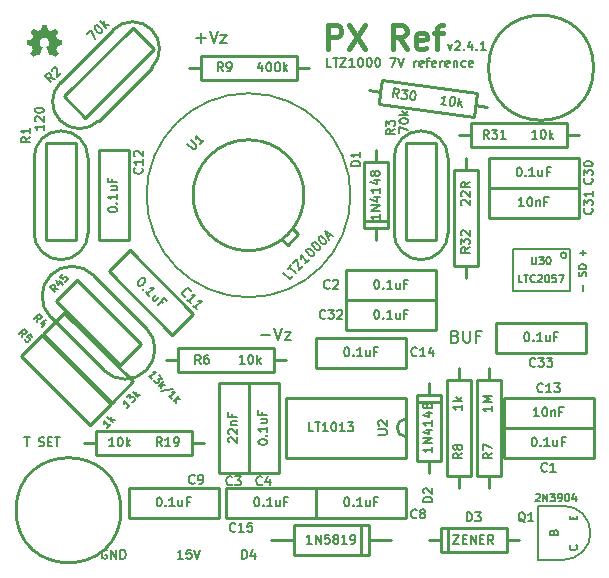
<source format=gto>
G04 (created by PCBNEW (22-Jun-2014 BZR 4027)-stable) date Sun 29 Apr 2018 01:54:37 PM CDT*
%MOIN*%
G04 Gerber Fmt 3.4, Leading zero omitted, Abs format*
%FSLAX34Y34*%
G01*
G70*
G90*
G04 APERTURE LIST*
%ADD10C,0.00590551*%
%ADD11C,0.005*%
%ADD12C,0.008*%
%ADD13C,0.006*%
%ADD14C,0.00787402*%
%ADD15C,0.007*%
%ADD16C,0.016*%
%ADD17C,0.01*%
%ADD18C,0.0001*%
G04 APERTURE END LIST*
G54D10*
G54D11*
X96905Y-35684D02*
X96905Y-35494D01*
X96989Y-35196D02*
X97001Y-35160D01*
X97001Y-35101D01*
X96989Y-35077D01*
X96977Y-35065D01*
X96953Y-35053D01*
X96929Y-35053D01*
X96905Y-35065D01*
X96894Y-35077D01*
X96882Y-35101D01*
X96870Y-35148D01*
X96858Y-35172D01*
X96846Y-35184D01*
X96822Y-35196D01*
X96798Y-35196D01*
X96775Y-35184D01*
X96763Y-35172D01*
X96751Y-35148D01*
X96751Y-35089D01*
X96763Y-35053D01*
X97001Y-34946D02*
X96751Y-34946D01*
X96751Y-34886D01*
X96763Y-34851D01*
X96786Y-34827D01*
X96810Y-34815D01*
X96858Y-34803D01*
X96894Y-34803D01*
X96941Y-34815D01*
X96965Y-34827D01*
X96989Y-34851D01*
X97001Y-34886D01*
X97001Y-34946D01*
X96905Y-34505D02*
X96905Y-34315D01*
X97001Y-34410D02*
X96810Y-34410D01*
G54D12*
X92647Y-37202D02*
X92704Y-37221D01*
X92723Y-37240D01*
X92742Y-37278D01*
X92742Y-37335D01*
X92723Y-37373D01*
X92704Y-37392D01*
X92666Y-37411D01*
X92514Y-37411D01*
X92514Y-37011D01*
X92647Y-37011D01*
X92685Y-37030D01*
X92704Y-37050D01*
X92723Y-37088D01*
X92723Y-37126D01*
X92704Y-37164D01*
X92685Y-37183D01*
X92647Y-37202D01*
X92514Y-37202D01*
X92914Y-37011D02*
X92914Y-37335D01*
X92933Y-37373D01*
X92952Y-37392D01*
X92990Y-37411D01*
X93066Y-37411D01*
X93104Y-37392D01*
X93123Y-37373D01*
X93142Y-37335D01*
X93142Y-37011D01*
X93466Y-37202D02*
X93333Y-37202D01*
X93333Y-37411D02*
X93333Y-37011D01*
X93523Y-37011D01*
G54D13*
X78278Y-40571D02*
X78450Y-40571D01*
X78364Y-40871D02*
X78364Y-40571D01*
X78764Y-40857D02*
X78807Y-40871D01*
X78878Y-40871D01*
X78907Y-40857D01*
X78921Y-40842D01*
X78935Y-40814D01*
X78935Y-40785D01*
X78921Y-40757D01*
X78907Y-40742D01*
X78878Y-40728D01*
X78821Y-40714D01*
X78792Y-40700D01*
X78778Y-40685D01*
X78764Y-40657D01*
X78764Y-40628D01*
X78778Y-40600D01*
X78792Y-40585D01*
X78821Y-40571D01*
X78892Y-40571D01*
X78935Y-40585D01*
X79064Y-40714D02*
X79164Y-40714D01*
X79207Y-40871D02*
X79064Y-40871D01*
X79064Y-40571D01*
X79207Y-40571D01*
X79292Y-40571D02*
X79464Y-40571D01*
X79378Y-40871D02*
X79378Y-40571D01*
G54D14*
X89150Y-32500D02*
G75*
G03X89150Y-32500I-3400J0D01*
G74*
G01*
G54D13*
X92392Y-27471D02*
X92464Y-27671D01*
X92535Y-27471D01*
X92635Y-27400D02*
X92650Y-27385D01*
X92678Y-27371D01*
X92750Y-27371D01*
X92778Y-27385D01*
X92792Y-27400D01*
X92807Y-27428D01*
X92807Y-27457D01*
X92792Y-27500D01*
X92621Y-27671D01*
X92807Y-27671D01*
X92935Y-27642D02*
X92949Y-27657D01*
X92935Y-27671D01*
X92921Y-27657D01*
X92935Y-27642D01*
X92935Y-27671D01*
X93207Y-27471D02*
X93207Y-27671D01*
X93135Y-27357D02*
X93064Y-27571D01*
X93249Y-27571D01*
X93364Y-27642D02*
X93378Y-27657D01*
X93364Y-27671D01*
X93349Y-27657D01*
X93364Y-27642D01*
X93364Y-27671D01*
X93664Y-27671D02*
X93492Y-27671D01*
X93578Y-27671D02*
X93578Y-27371D01*
X93549Y-27414D01*
X93521Y-27442D01*
X93492Y-27457D01*
G54D15*
X88514Y-28221D02*
X88371Y-28221D01*
X88371Y-27921D01*
X88571Y-27921D02*
X88742Y-27921D01*
X88657Y-28221D02*
X88657Y-27921D01*
X88814Y-27921D02*
X89014Y-27921D01*
X88814Y-28221D01*
X89014Y-28221D01*
X89285Y-28221D02*
X89114Y-28221D01*
X89199Y-28221D02*
X89199Y-27921D01*
X89171Y-27964D01*
X89142Y-27992D01*
X89114Y-28007D01*
X89471Y-27921D02*
X89499Y-27921D01*
X89528Y-27935D01*
X89542Y-27950D01*
X89557Y-27978D01*
X89571Y-28035D01*
X89571Y-28107D01*
X89557Y-28164D01*
X89542Y-28192D01*
X89528Y-28207D01*
X89499Y-28221D01*
X89471Y-28221D01*
X89442Y-28207D01*
X89428Y-28192D01*
X89414Y-28164D01*
X89399Y-28107D01*
X89399Y-28035D01*
X89414Y-27978D01*
X89428Y-27950D01*
X89442Y-27935D01*
X89471Y-27921D01*
X89757Y-27921D02*
X89785Y-27921D01*
X89814Y-27935D01*
X89828Y-27950D01*
X89842Y-27978D01*
X89857Y-28035D01*
X89857Y-28107D01*
X89842Y-28164D01*
X89828Y-28192D01*
X89814Y-28207D01*
X89785Y-28221D01*
X89757Y-28221D01*
X89728Y-28207D01*
X89714Y-28192D01*
X89699Y-28164D01*
X89685Y-28107D01*
X89685Y-28035D01*
X89699Y-27978D01*
X89714Y-27950D01*
X89728Y-27935D01*
X89757Y-27921D01*
X90042Y-27921D02*
X90071Y-27921D01*
X90099Y-27935D01*
X90114Y-27950D01*
X90128Y-27978D01*
X90142Y-28035D01*
X90142Y-28107D01*
X90128Y-28164D01*
X90114Y-28192D01*
X90099Y-28207D01*
X90071Y-28221D01*
X90042Y-28221D01*
X90014Y-28207D01*
X89999Y-28192D01*
X89985Y-28164D01*
X89971Y-28107D01*
X89971Y-28035D01*
X89985Y-27978D01*
X89999Y-27950D01*
X90014Y-27935D01*
X90042Y-27921D01*
X90471Y-27921D02*
X90671Y-27921D01*
X90542Y-28221D01*
X90742Y-27921D02*
X90842Y-28221D01*
X90942Y-27921D01*
X91271Y-28221D02*
X91271Y-28021D01*
X91271Y-28078D02*
X91285Y-28050D01*
X91299Y-28035D01*
X91328Y-28021D01*
X91357Y-28021D01*
X91571Y-28207D02*
X91542Y-28221D01*
X91485Y-28221D01*
X91457Y-28207D01*
X91442Y-28178D01*
X91442Y-28064D01*
X91457Y-28035D01*
X91485Y-28021D01*
X91542Y-28021D01*
X91571Y-28035D01*
X91585Y-28064D01*
X91585Y-28092D01*
X91442Y-28121D01*
X91671Y-28021D02*
X91785Y-28021D01*
X91714Y-28221D02*
X91714Y-27964D01*
X91728Y-27935D01*
X91757Y-27921D01*
X91785Y-27921D01*
X91999Y-28207D02*
X91971Y-28221D01*
X91914Y-28221D01*
X91885Y-28207D01*
X91871Y-28178D01*
X91871Y-28064D01*
X91885Y-28035D01*
X91914Y-28021D01*
X91971Y-28021D01*
X91999Y-28035D01*
X92014Y-28064D01*
X92014Y-28092D01*
X91871Y-28121D01*
X92142Y-28221D02*
X92142Y-28021D01*
X92142Y-28078D02*
X92157Y-28050D01*
X92171Y-28035D01*
X92199Y-28021D01*
X92228Y-28021D01*
X92442Y-28207D02*
X92414Y-28221D01*
X92357Y-28221D01*
X92328Y-28207D01*
X92314Y-28178D01*
X92314Y-28064D01*
X92328Y-28035D01*
X92357Y-28021D01*
X92414Y-28021D01*
X92442Y-28035D01*
X92457Y-28064D01*
X92457Y-28092D01*
X92314Y-28121D01*
X92585Y-28021D02*
X92585Y-28221D01*
X92585Y-28050D02*
X92599Y-28035D01*
X92628Y-28021D01*
X92671Y-28021D01*
X92699Y-28035D01*
X92714Y-28064D01*
X92714Y-28221D01*
X92985Y-28207D02*
X92957Y-28221D01*
X92899Y-28221D01*
X92871Y-28207D01*
X92857Y-28192D01*
X92842Y-28164D01*
X92842Y-28078D01*
X92857Y-28050D01*
X92871Y-28035D01*
X92899Y-28021D01*
X92957Y-28021D01*
X92985Y-28035D01*
X93228Y-28207D02*
X93199Y-28221D01*
X93142Y-28221D01*
X93114Y-28207D01*
X93099Y-28178D01*
X93099Y-28064D01*
X93114Y-28035D01*
X93142Y-28021D01*
X93199Y-28021D01*
X93228Y-28035D01*
X93242Y-28064D01*
X93242Y-28092D01*
X93099Y-28121D01*
G54D16*
X88390Y-27623D02*
X88390Y-26823D01*
X88695Y-26823D01*
X88771Y-26861D01*
X88809Y-26900D01*
X88847Y-26976D01*
X88847Y-27090D01*
X88809Y-27166D01*
X88771Y-27204D01*
X88695Y-27242D01*
X88390Y-27242D01*
X89114Y-26823D02*
X89647Y-27623D01*
X89647Y-26823D02*
X89114Y-27623D01*
X91019Y-27623D02*
X90752Y-27242D01*
X90561Y-27623D02*
X90561Y-26823D01*
X90866Y-26823D01*
X90942Y-26861D01*
X90980Y-26900D01*
X91019Y-26976D01*
X91019Y-27090D01*
X90980Y-27166D01*
X90942Y-27204D01*
X90866Y-27242D01*
X90561Y-27242D01*
X91666Y-27585D02*
X91590Y-27623D01*
X91438Y-27623D01*
X91361Y-27585D01*
X91323Y-27509D01*
X91323Y-27204D01*
X91361Y-27128D01*
X91438Y-27090D01*
X91590Y-27090D01*
X91666Y-27128D01*
X91704Y-27204D01*
X91704Y-27280D01*
X91323Y-27357D01*
X91933Y-27090D02*
X92238Y-27090D01*
X92047Y-27623D02*
X92047Y-26938D01*
X92085Y-26861D01*
X92161Y-26823D01*
X92238Y-26823D01*
G54D13*
X81021Y-44335D02*
X80992Y-44321D01*
X80950Y-44321D01*
X80907Y-44335D01*
X80878Y-44364D01*
X80864Y-44392D01*
X80850Y-44450D01*
X80850Y-44492D01*
X80864Y-44550D01*
X80878Y-44578D01*
X80907Y-44607D01*
X80950Y-44621D01*
X80978Y-44621D01*
X81021Y-44607D01*
X81035Y-44592D01*
X81035Y-44492D01*
X80978Y-44492D01*
X81164Y-44621D02*
X81164Y-44321D01*
X81335Y-44621D01*
X81335Y-44321D01*
X81478Y-44621D02*
X81478Y-44321D01*
X81550Y-44321D01*
X81592Y-44335D01*
X81621Y-44364D01*
X81635Y-44392D01*
X81650Y-44450D01*
X81650Y-44492D01*
X81635Y-44550D01*
X81621Y-44578D01*
X81592Y-44607D01*
X81550Y-44621D01*
X81478Y-44621D01*
X83564Y-44621D02*
X83392Y-44621D01*
X83478Y-44621D02*
X83478Y-44321D01*
X83450Y-44364D01*
X83421Y-44392D01*
X83392Y-44407D01*
X83835Y-44321D02*
X83692Y-44321D01*
X83678Y-44464D01*
X83692Y-44450D01*
X83721Y-44435D01*
X83792Y-44435D01*
X83821Y-44450D01*
X83835Y-44464D01*
X83850Y-44492D01*
X83850Y-44564D01*
X83835Y-44592D01*
X83821Y-44607D01*
X83792Y-44621D01*
X83721Y-44621D01*
X83692Y-44607D01*
X83678Y-44592D01*
X83935Y-44321D02*
X84035Y-44621D01*
X84135Y-44321D01*
G54D12*
X86164Y-37159D02*
X86469Y-37159D01*
X86602Y-36911D02*
X86735Y-37311D01*
X86869Y-36911D01*
X86964Y-37045D02*
X87173Y-37045D01*
X86964Y-37311D01*
X87173Y-37311D01*
X84014Y-27259D02*
X84319Y-27259D01*
X84166Y-27411D02*
X84166Y-27107D01*
X84452Y-27011D02*
X84585Y-27411D01*
X84719Y-27011D01*
X84814Y-27145D02*
X85023Y-27145D01*
X84814Y-27411D01*
X85023Y-27411D01*
G54D10*
X96250Y-42850D02*
X95400Y-42850D01*
X95400Y-42850D02*
X95400Y-44650D01*
X95400Y-44650D02*
X96250Y-44650D01*
X96250Y-44650D02*
G75*
G03X97150Y-43750I0J900D01*
G74*
G01*
X97150Y-43750D02*
G75*
G03X96250Y-42850I-900J0D01*
G74*
G01*
G54D17*
X92750Y-38250D02*
X92750Y-38650D01*
X92750Y-38650D02*
X93150Y-38650D01*
X93150Y-38650D02*
X93150Y-41850D01*
X93150Y-41850D02*
X92350Y-41850D01*
X92350Y-41850D02*
X92350Y-38650D01*
X92350Y-38650D02*
X92750Y-38650D01*
X92750Y-42250D02*
X92750Y-41850D01*
X93750Y-42250D02*
X93750Y-41850D01*
X93750Y-41850D02*
X93350Y-41850D01*
X93350Y-41850D02*
X93350Y-38650D01*
X93350Y-38650D02*
X94150Y-38650D01*
X94150Y-38650D02*
X94150Y-41850D01*
X94150Y-41850D02*
X93750Y-41850D01*
X93750Y-38250D02*
X93750Y-38650D01*
X83000Y-38000D02*
X83400Y-38000D01*
X83400Y-38000D02*
X83400Y-37600D01*
X83400Y-37600D02*
X86600Y-37600D01*
X86600Y-37600D02*
X86600Y-38400D01*
X86600Y-38400D02*
X83400Y-38400D01*
X83400Y-38400D02*
X83400Y-38000D01*
X87000Y-38000D02*
X86600Y-38000D01*
X83750Y-28250D02*
X84150Y-28250D01*
X84150Y-28250D02*
X84150Y-27850D01*
X84150Y-27850D02*
X87350Y-27850D01*
X87350Y-27850D02*
X87350Y-28650D01*
X87350Y-28650D02*
X84150Y-28650D01*
X84150Y-28650D02*
X84150Y-28250D01*
X87750Y-28250D02*
X87350Y-28250D01*
X84250Y-40750D02*
X83850Y-40750D01*
X83850Y-40750D02*
X83850Y-41150D01*
X83850Y-41150D02*
X80650Y-41150D01*
X80650Y-41150D02*
X80650Y-40350D01*
X80650Y-40350D02*
X83850Y-40350D01*
X83850Y-40350D02*
X83850Y-40750D01*
X80250Y-40750D02*
X80650Y-40750D01*
X90700Y-40250D02*
G75*
G03X91000Y-40550I300J0D01*
G74*
G01*
X91000Y-39950D02*
G75*
G03X90700Y-40250I0J-300D01*
G74*
G01*
X91000Y-41250D02*
X87000Y-41250D01*
X87000Y-41250D02*
X87000Y-39250D01*
X87000Y-39250D02*
X91000Y-39250D01*
X91000Y-39250D02*
X91000Y-41250D01*
X97250Y-28250D02*
G75*
G03X97250Y-28250I-1750J0D01*
G74*
G01*
X97250Y-40250D02*
X97250Y-41250D01*
X94250Y-40250D02*
X94250Y-41250D01*
X97250Y-41250D02*
X94250Y-41250D01*
X94250Y-40250D02*
X97250Y-40250D01*
X89000Y-37000D02*
X89000Y-36000D01*
X92000Y-37000D02*
X92000Y-36000D01*
X89000Y-36000D02*
X92000Y-36000D01*
X92000Y-37000D02*
X89000Y-37000D01*
X84750Y-38750D02*
X85750Y-38750D01*
X84750Y-41750D02*
X85750Y-41750D01*
X85750Y-38750D02*
X85750Y-41750D01*
X84750Y-41750D02*
X84750Y-38750D01*
X85750Y-38750D02*
X86750Y-38750D01*
X85750Y-41750D02*
X86750Y-41750D01*
X86750Y-38750D02*
X86750Y-41750D01*
X85750Y-41750D02*
X85750Y-38750D01*
X91000Y-42250D02*
X91000Y-43250D01*
X88000Y-42250D02*
X88000Y-43250D01*
X91000Y-43250D02*
X88000Y-43250D01*
X88000Y-42250D02*
X91000Y-42250D01*
X83914Y-36457D02*
X83207Y-37164D01*
X81792Y-34335D02*
X81085Y-35042D01*
X83207Y-37164D02*
X81085Y-35042D01*
X81792Y-34335D02*
X83914Y-36457D01*
X81750Y-34000D02*
X80750Y-34000D01*
X81750Y-31000D02*
X80750Y-31000D01*
X80750Y-34000D02*
X80750Y-31000D01*
X81750Y-31000D02*
X81750Y-34000D01*
X94250Y-40250D02*
X94250Y-39250D01*
X97250Y-40250D02*
X97250Y-39250D01*
X94250Y-39250D02*
X97250Y-39250D01*
X97250Y-40250D02*
X94250Y-40250D01*
X88000Y-38250D02*
X88000Y-37250D01*
X91000Y-38250D02*
X91000Y-37250D01*
X88000Y-37250D02*
X91000Y-37250D01*
X91000Y-38250D02*
X88000Y-38250D01*
X85000Y-43250D02*
X85000Y-42250D01*
X88000Y-43250D02*
X88000Y-42250D01*
X85000Y-42250D02*
X88000Y-42250D01*
X88000Y-43250D02*
X85000Y-43250D01*
X86500Y-44000D02*
X87250Y-44000D01*
X89750Y-44000D02*
X90500Y-44000D01*
X89500Y-43500D02*
X89500Y-44500D01*
X87250Y-44500D02*
X89750Y-44500D01*
X87250Y-43500D02*
X87250Y-44500D01*
X89750Y-43500D02*
X89750Y-44500D01*
X87250Y-43500D02*
X89750Y-43500D01*
X91750Y-41350D02*
X91750Y-41750D01*
X91750Y-39150D02*
X91750Y-38750D01*
X92150Y-41350D02*
X92150Y-39150D01*
X91350Y-39150D02*
X91350Y-41350D01*
X91350Y-39400D02*
X92150Y-39400D01*
X91750Y-39150D02*
X91350Y-39150D01*
X91350Y-41350D02*
X91750Y-41350D01*
X91750Y-41350D02*
X92150Y-41350D01*
X92150Y-39150D02*
X91750Y-39150D01*
X90000Y-31400D02*
X90000Y-31000D01*
X90000Y-33600D02*
X90000Y-34000D01*
X89600Y-31400D02*
X89600Y-33600D01*
X90400Y-33600D02*
X90400Y-31400D01*
X90400Y-33350D02*
X89600Y-33350D01*
X90000Y-33600D02*
X90400Y-33600D01*
X90400Y-31400D02*
X90000Y-31400D01*
X90000Y-31400D02*
X89600Y-31400D01*
X89600Y-33600D02*
X90000Y-33600D01*
X94350Y-44000D02*
X94750Y-44000D01*
X92150Y-44000D02*
X91750Y-44000D01*
X94350Y-43600D02*
X92150Y-43600D01*
X92150Y-44400D02*
X94350Y-44400D01*
X92400Y-44400D02*
X92400Y-43600D01*
X92150Y-44000D02*
X92150Y-44400D01*
X94350Y-44400D02*
X94350Y-44000D01*
X94350Y-44000D02*
X94350Y-43600D01*
X92150Y-43600D02*
X92150Y-44000D01*
X79585Y-29207D02*
X81883Y-26909D01*
X82590Y-27616D02*
X80292Y-29914D01*
X79479Y-28747D02*
X81247Y-26979D01*
X82520Y-28252D02*
X80752Y-30020D01*
X79479Y-30020D02*
G75*
G03X80752Y-30020I636J636D01*
G74*
G01*
X79479Y-28747D02*
G75*
G03X79479Y-30020I636J-636D01*
G74*
G01*
X82520Y-26979D02*
G75*
G03X81247Y-26979I-636J-636D01*
G74*
G01*
X82520Y-28252D02*
G75*
G03X82520Y-26979I-636J636D01*
G74*
G01*
X79479Y-30020D02*
G75*
G03X80752Y-30020I636J636D01*
G74*
G01*
X80292Y-29914D02*
X79585Y-29207D01*
X81883Y-26909D02*
X82590Y-27616D01*
X79000Y-34000D02*
X79000Y-30750D01*
X80000Y-30750D02*
X80000Y-34000D01*
X78600Y-33750D02*
X78600Y-31250D01*
X80400Y-31250D02*
X80400Y-33750D01*
X79500Y-34650D02*
G75*
G03X80400Y-33750I0J900D01*
G74*
G01*
X78600Y-33750D02*
G75*
G03X79500Y-34650I900J0D01*
G74*
G01*
X79500Y-30350D02*
G75*
G03X78600Y-31250I0J-900D01*
G74*
G01*
X80400Y-31250D02*
G75*
G03X79500Y-30350I-900J0D01*
G74*
G01*
X79500Y-34650D02*
G75*
G03X80400Y-33750I0J900D01*
G74*
G01*
X80000Y-34000D02*
X79000Y-34000D01*
X79000Y-30750D02*
X80000Y-30750D01*
X91000Y-34000D02*
X91000Y-30750D01*
X92000Y-30750D02*
X92000Y-34000D01*
X90600Y-33750D02*
X90600Y-31250D01*
X92400Y-31250D02*
X92400Y-33750D01*
X91500Y-34650D02*
G75*
G03X92400Y-33750I0J900D01*
G74*
G01*
X90600Y-33750D02*
G75*
G03X91500Y-34650I900J0D01*
G74*
G01*
X91500Y-30350D02*
G75*
G03X90600Y-31250I0J-900D01*
G74*
G01*
X92400Y-31250D02*
G75*
G03X91500Y-30350I-900J0D01*
G74*
G01*
X91500Y-34650D02*
G75*
G03X92400Y-33750I0J900D01*
G74*
G01*
X92000Y-34000D02*
X91000Y-34000D01*
X91000Y-30750D02*
X92000Y-30750D01*
X81500Y-43000D02*
G75*
G03X81500Y-43000I-1750J0D01*
G74*
G01*
G54D11*
X96350Y-34500D02*
G75*
G03X96350Y-34500I-100J0D01*
G74*
G01*
X94550Y-35700D02*
X94550Y-34300D01*
X96450Y-35700D02*
X96450Y-34300D01*
X96450Y-34300D02*
X94550Y-34300D01*
X96450Y-35700D02*
X94550Y-35700D01*
G54D17*
X89750Y-29000D02*
X90146Y-29055D01*
X90146Y-29055D02*
X90201Y-28659D01*
X90201Y-28659D02*
X93370Y-29104D01*
X93370Y-29104D02*
X93259Y-29897D01*
X93259Y-29897D02*
X90090Y-29451D01*
X90090Y-29451D02*
X90146Y-29055D01*
X93711Y-29556D02*
X93314Y-29501D01*
X96750Y-30500D02*
X96350Y-30500D01*
X96350Y-30500D02*
X96350Y-30900D01*
X96350Y-30900D02*
X93150Y-30900D01*
X93150Y-30900D02*
X93150Y-30100D01*
X93150Y-30100D02*
X96350Y-30100D01*
X96350Y-30100D02*
X96350Y-30500D01*
X92750Y-30500D02*
X93150Y-30500D01*
X93000Y-31250D02*
X93000Y-31650D01*
X93000Y-31650D02*
X93400Y-31650D01*
X93400Y-31650D02*
X93400Y-34850D01*
X93400Y-34850D02*
X92600Y-34850D01*
X92600Y-34850D02*
X92600Y-31650D01*
X92600Y-31650D02*
X93000Y-31650D01*
X93000Y-35250D02*
X93000Y-34850D01*
X96750Y-31250D02*
X96750Y-32250D01*
X93750Y-31250D02*
X93750Y-32250D01*
X96750Y-32250D02*
X93750Y-32250D01*
X93750Y-31250D02*
X96750Y-31250D01*
X93750Y-33250D02*
X93750Y-32250D01*
X96750Y-33250D02*
X96750Y-32250D01*
X93750Y-32250D02*
X96750Y-32250D01*
X96750Y-33250D02*
X93750Y-33250D01*
X94000Y-37750D02*
X94000Y-36750D01*
X97000Y-37750D02*
X97000Y-36750D01*
X94000Y-36750D02*
X97000Y-36750D01*
X97000Y-37750D02*
X94000Y-37750D01*
X78909Y-37116D02*
X81207Y-39414D01*
X79616Y-36409D02*
X81914Y-38707D01*
X81914Y-38707D02*
X81207Y-39414D01*
X78909Y-37116D02*
X79616Y-36409D01*
X78159Y-37866D02*
X80457Y-40164D01*
X78866Y-37159D02*
X81164Y-39457D01*
X81164Y-39457D02*
X80457Y-40164D01*
X78159Y-37866D02*
X78866Y-37159D01*
X80042Y-35335D02*
X82164Y-37457D01*
X82164Y-37457D02*
X81457Y-38164D01*
X81457Y-38164D02*
X79335Y-36042D01*
X79335Y-36042D02*
X80042Y-35335D01*
X79159Y-36573D02*
X80926Y-38340D01*
X80573Y-35159D02*
X82340Y-36926D01*
X80926Y-38340D02*
G75*
G03X82340Y-38340I707J707D01*
G74*
G01*
X82340Y-38340D02*
G75*
G03X82340Y-36926I-707J707D01*
G74*
G01*
X80573Y-35159D02*
G75*
G03X79159Y-35159I-707J-707D01*
G74*
G01*
X79159Y-35159D02*
G75*
G03X79159Y-36573I707J-707D01*
G74*
G01*
G54D18*
G36*
X78592Y-27880D02*
X78599Y-27877D01*
X78612Y-27868D01*
X78632Y-27855D01*
X78655Y-27840D01*
X78679Y-27824D01*
X78698Y-27811D01*
X78712Y-27802D01*
X78717Y-27799D01*
X78720Y-27800D01*
X78731Y-27806D01*
X78747Y-27814D01*
X78757Y-27819D01*
X78772Y-27825D01*
X78779Y-27827D01*
X78780Y-27825D01*
X78786Y-27813D01*
X78794Y-27794D01*
X78805Y-27768D01*
X78818Y-27738D01*
X78832Y-27706D01*
X78845Y-27673D01*
X78858Y-27642D01*
X78870Y-27613D01*
X78879Y-27590D01*
X78885Y-27574D01*
X78888Y-27567D01*
X78887Y-27566D01*
X78880Y-27559D01*
X78867Y-27549D01*
X78839Y-27526D01*
X78811Y-27492D01*
X78794Y-27453D01*
X78789Y-27409D01*
X78793Y-27369D01*
X78809Y-27331D01*
X78836Y-27296D01*
X78869Y-27270D01*
X78907Y-27254D01*
X78950Y-27249D01*
X78991Y-27253D01*
X79030Y-27269D01*
X79065Y-27295D01*
X79080Y-27312D01*
X79100Y-27348D01*
X79112Y-27385D01*
X79113Y-27394D01*
X79111Y-27436D01*
X79099Y-27476D01*
X79077Y-27511D01*
X79047Y-27540D01*
X79043Y-27543D01*
X79029Y-27554D01*
X79019Y-27561D01*
X79012Y-27567D01*
X79065Y-27694D01*
X79073Y-27714D01*
X79088Y-27749D01*
X79100Y-27779D01*
X79111Y-27803D01*
X79118Y-27819D01*
X79121Y-27825D01*
X79121Y-27825D01*
X79126Y-27826D01*
X79135Y-27823D01*
X79153Y-27814D01*
X79165Y-27808D01*
X79178Y-27802D01*
X79184Y-27799D01*
X79190Y-27802D01*
X79203Y-27810D01*
X79221Y-27823D01*
X79244Y-27838D01*
X79266Y-27853D01*
X79286Y-27866D01*
X79300Y-27876D01*
X79307Y-27879D01*
X79308Y-27879D01*
X79315Y-27876D01*
X79326Y-27866D01*
X79343Y-27850D01*
X79368Y-27826D01*
X79372Y-27822D01*
X79392Y-27802D01*
X79408Y-27784D01*
X79419Y-27772D01*
X79423Y-27767D01*
X79423Y-27767D01*
X79419Y-27760D01*
X79410Y-27745D01*
X79397Y-27725D01*
X79381Y-27701D01*
X79339Y-27640D01*
X79362Y-27583D01*
X79369Y-27565D01*
X79378Y-27543D01*
X79385Y-27528D01*
X79388Y-27521D01*
X79395Y-27519D01*
X79410Y-27515D01*
X79433Y-27511D01*
X79461Y-27506D01*
X79487Y-27501D01*
X79510Y-27496D01*
X79527Y-27493D01*
X79535Y-27492D01*
X79537Y-27490D01*
X79538Y-27487D01*
X79539Y-27479D01*
X79540Y-27464D01*
X79540Y-27442D01*
X79540Y-27409D01*
X79540Y-27406D01*
X79540Y-27375D01*
X79539Y-27350D01*
X79538Y-27335D01*
X79537Y-27328D01*
X79537Y-27328D01*
X79530Y-27326D01*
X79513Y-27323D01*
X79490Y-27318D01*
X79462Y-27313D01*
X79460Y-27313D01*
X79432Y-27307D01*
X79409Y-27302D01*
X79392Y-27299D01*
X79385Y-27296D01*
X79384Y-27294D01*
X79378Y-27283D01*
X79370Y-27266D01*
X79361Y-27245D01*
X79352Y-27223D01*
X79344Y-27203D01*
X79339Y-27189D01*
X79337Y-27182D01*
X79337Y-27182D01*
X79341Y-27175D01*
X79351Y-27161D01*
X79365Y-27141D01*
X79381Y-27117D01*
X79382Y-27115D01*
X79398Y-27091D01*
X79411Y-27071D01*
X79420Y-27057D01*
X79423Y-27051D01*
X79423Y-27050D01*
X79418Y-27043D01*
X79406Y-27030D01*
X79388Y-27012D01*
X79368Y-26991D01*
X79361Y-26985D01*
X79338Y-26962D01*
X79322Y-26948D01*
X79312Y-26940D01*
X79308Y-26938D01*
X79307Y-26938D01*
X79300Y-26942D01*
X79285Y-26952D01*
X79265Y-26966D01*
X79241Y-26982D01*
X79240Y-26983D01*
X79216Y-26999D01*
X79196Y-27013D01*
X79182Y-27022D01*
X79176Y-27025D01*
X79175Y-27025D01*
X79166Y-27023D01*
X79149Y-27017D01*
X79128Y-27009D01*
X79106Y-27000D01*
X79086Y-26992D01*
X79072Y-26985D01*
X79065Y-26981D01*
X79064Y-26981D01*
X79062Y-26972D01*
X79058Y-26954D01*
X79053Y-26930D01*
X79047Y-26901D01*
X79046Y-26897D01*
X79041Y-26868D01*
X79037Y-26845D01*
X79033Y-26829D01*
X79032Y-26822D01*
X79028Y-26822D01*
X79014Y-26821D01*
X78993Y-26820D01*
X78967Y-26820D01*
X78941Y-26820D01*
X78915Y-26820D01*
X78893Y-26821D01*
X78877Y-26822D01*
X78870Y-26824D01*
X78870Y-26824D01*
X78868Y-26833D01*
X78864Y-26850D01*
X78859Y-26875D01*
X78853Y-26904D01*
X78852Y-26909D01*
X78847Y-26937D01*
X78842Y-26960D01*
X78839Y-26976D01*
X78837Y-26982D01*
X78835Y-26983D01*
X78823Y-26989D01*
X78804Y-26996D01*
X78781Y-27006D01*
X78727Y-27028D01*
X78661Y-26982D01*
X78655Y-26978D01*
X78631Y-26962D01*
X78611Y-26949D01*
X78597Y-26940D01*
X78592Y-26937D01*
X78591Y-26937D01*
X78585Y-26943D01*
X78572Y-26955D01*
X78554Y-26973D01*
X78533Y-26993D01*
X78517Y-27009D01*
X78499Y-27027D01*
X78488Y-27040D01*
X78481Y-27048D01*
X78479Y-27053D01*
X78480Y-27056D01*
X78484Y-27063D01*
X78494Y-27077D01*
X78507Y-27098D01*
X78523Y-27121D01*
X78537Y-27141D01*
X78551Y-27163D01*
X78560Y-27179D01*
X78564Y-27186D01*
X78563Y-27190D01*
X78558Y-27203D01*
X78550Y-27222D01*
X78540Y-27246D01*
X78517Y-27298D01*
X78483Y-27305D01*
X78462Y-27309D01*
X78433Y-27314D01*
X78405Y-27320D01*
X78361Y-27328D01*
X78360Y-27487D01*
X78367Y-27490D01*
X78373Y-27492D01*
X78389Y-27496D01*
X78412Y-27500D01*
X78439Y-27505D01*
X78463Y-27510D01*
X78486Y-27514D01*
X78503Y-27517D01*
X78510Y-27519D01*
X78512Y-27521D01*
X78518Y-27533D01*
X78526Y-27551D01*
X78535Y-27572D01*
X78545Y-27595D01*
X78553Y-27615D01*
X78559Y-27631D01*
X78561Y-27639D01*
X78558Y-27645D01*
X78549Y-27659D01*
X78536Y-27679D01*
X78520Y-27702D01*
X78504Y-27725D01*
X78491Y-27745D01*
X78481Y-27759D01*
X78478Y-27766D01*
X78480Y-27770D01*
X78489Y-27781D01*
X78506Y-27799D01*
X78532Y-27825D01*
X78537Y-27829D01*
X78557Y-27849D01*
X78575Y-27865D01*
X78587Y-27876D01*
X78592Y-27880D01*
X78592Y-27880D01*
G37*
G54D17*
X87600Y-32500D02*
G75*
G03X87600Y-32500I-1850J0D01*
G74*
G01*
X87058Y-34161D02*
X86881Y-33984D01*
X87411Y-33808D02*
X87234Y-33631D01*
X87411Y-33808D02*
X87058Y-34161D01*
X81750Y-43250D02*
X81750Y-42250D01*
X84750Y-43250D02*
X84750Y-42250D01*
X81750Y-42250D02*
X84750Y-42250D01*
X84750Y-43250D02*
X81750Y-43250D01*
X89000Y-36000D02*
X89000Y-35000D01*
X92000Y-36000D02*
X92000Y-35000D01*
X89000Y-35000D02*
X92000Y-35000D01*
X92000Y-36000D02*
X89000Y-36000D01*
G54D13*
X94971Y-43400D02*
X94942Y-43385D01*
X94914Y-43357D01*
X94871Y-43314D01*
X94842Y-43300D01*
X94814Y-43300D01*
X94828Y-43371D02*
X94800Y-43357D01*
X94771Y-43328D01*
X94757Y-43271D01*
X94757Y-43171D01*
X94771Y-43114D01*
X94800Y-43085D01*
X94828Y-43071D01*
X94885Y-43071D01*
X94914Y-43085D01*
X94942Y-43114D01*
X94957Y-43171D01*
X94957Y-43271D01*
X94942Y-43328D01*
X94914Y-43357D01*
X94885Y-43371D01*
X94828Y-43371D01*
X95242Y-43371D02*
X95071Y-43371D01*
X95157Y-43371D02*
X95157Y-43071D01*
X95128Y-43114D01*
X95100Y-43142D01*
X95071Y-43157D01*
G54D11*
X95321Y-42475D02*
X95333Y-42463D01*
X95357Y-42451D01*
X95416Y-42451D01*
X95440Y-42463D01*
X95452Y-42475D01*
X95464Y-42498D01*
X95464Y-42522D01*
X95452Y-42558D01*
X95309Y-42701D01*
X95464Y-42701D01*
X95571Y-42701D02*
X95571Y-42451D01*
X95714Y-42701D01*
X95714Y-42451D01*
X95809Y-42451D02*
X95964Y-42451D01*
X95880Y-42546D01*
X95916Y-42546D01*
X95940Y-42558D01*
X95952Y-42570D01*
X95964Y-42594D01*
X95964Y-42653D01*
X95952Y-42677D01*
X95940Y-42689D01*
X95916Y-42701D01*
X95845Y-42701D01*
X95821Y-42689D01*
X95809Y-42677D01*
X96083Y-42701D02*
X96130Y-42701D01*
X96154Y-42689D01*
X96166Y-42677D01*
X96190Y-42641D01*
X96202Y-42594D01*
X96202Y-42498D01*
X96190Y-42475D01*
X96178Y-42463D01*
X96154Y-42451D01*
X96107Y-42451D01*
X96083Y-42463D01*
X96071Y-42475D01*
X96059Y-42498D01*
X96059Y-42558D01*
X96071Y-42582D01*
X96083Y-42594D01*
X96107Y-42605D01*
X96154Y-42605D01*
X96178Y-42594D01*
X96190Y-42582D01*
X96202Y-42558D01*
X96357Y-42451D02*
X96380Y-42451D01*
X96404Y-42463D01*
X96416Y-42475D01*
X96428Y-42498D01*
X96440Y-42546D01*
X96440Y-42605D01*
X96428Y-42653D01*
X96416Y-42677D01*
X96404Y-42689D01*
X96380Y-42701D01*
X96357Y-42701D01*
X96333Y-42689D01*
X96321Y-42677D01*
X96309Y-42653D01*
X96297Y-42605D01*
X96297Y-42546D01*
X96309Y-42498D01*
X96321Y-42475D01*
X96333Y-42463D01*
X96357Y-42451D01*
X96654Y-42534D02*
X96654Y-42701D01*
X96595Y-42439D02*
X96535Y-42617D01*
X96690Y-42617D01*
X96570Y-43303D02*
X96570Y-43220D01*
X96701Y-43184D02*
X96701Y-43303D01*
X96451Y-43303D01*
X96451Y-43184D01*
X95920Y-43732D02*
X95932Y-43696D01*
X95944Y-43684D01*
X95967Y-43672D01*
X96003Y-43672D01*
X96027Y-43684D01*
X96039Y-43696D01*
X96051Y-43720D01*
X96051Y-43815D01*
X95801Y-43815D01*
X95801Y-43732D01*
X95813Y-43708D01*
X95825Y-43696D01*
X95848Y-43684D01*
X95872Y-43684D01*
X95896Y-43696D01*
X95908Y-43708D01*
X95920Y-43732D01*
X95920Y-43815D01*
X96677Y-44172D02*
X96689Y-44184D01*
X96701Y-44220D01*
X96701Y-44244D01*
X96689Y-44279D01*
X96665Y-44303D01*
X96641Y-44315D01*
X96594Y-44327D01*
X96558Y-44327D01*
X96510Y-44315D01*
X96486Y-44303D01*
X96463Y-44279D01*
X96451Y-44244D01*
X96451Y-44220D01*
X96463Y-44184D01*
X96475Y-44172D01*
G54D13*
X92871Y-41100D02*
X92728Y-41200D01*
X92871Y-41271D02*
X92571Y-41271D01*
X92571Y-41157D01*
X92585Y-41128D01*
X92600Y-41114D01*
X92628Y-41100D01*
X92671Y-41100D01*
X92700Y-41114D01*
X92714Y-41128D01*
X92728Y-41157D01*
X92728Y-41271D01*
X92700Y-40928D02*
X92685Y-40957D01*
X92671Y-40971D01*
X92642Y-40985D01*
X92628Y-40985D01*
X92600Y-40971D01*
X92585Y-40957D01*
X92571Y-40928D01*
X92571Y-40871D01*
X92585Y-40842D01*
X92600Y-40828D01*
X92628Y-40814D01*
X92642Y-40814D01*
X92671Y-40828D01*
X92685Y-40842D01*
X92700Y-40871D01*
X92700Y-40928D01*
X92714Y-40957D01*
X92728Y-40971D01*
X92757Y-40985D01*
X92814Y-40985D01*
X92842Y-40971D01*
X92857Y-40957D01*
X92871Y-40928D01*
X92871Y-40871D01*
X92857Y-40842D01*
X92842Y-40828D01*
X92814Y-40814D01*
X92757Y-40814D01*
X92728Y-40828D01*
X92714Y-40842D01*
X92700Y-40871D01*
X92871Y-39485D02*
X92871Y-39657D01*
X92871Y-39571D02*
X92571Y-39571D01*
X92614Y-39599D01*
X92642Y-39628D01*
X92657Y-39657D01*
X92871Y-39357D02*
X92571Y-39357D01*
X92757Y-39328D02*
X92871Y-39242D01*
X92671Y-39242D02*
X92785Y-39357D01*
X93871Y-41100D02*
X93728Y-41200D01*
X93871Y-41271D02*
X93571Y-41271D01*
X93571Y-41157D01*
X93585Y-41128D01*
X93600Y-41114D01*
X93628Y-41100D01*
X93671Y-41100D01*
X93700Y-41114D01*
X93714Y-41128D01*
X93728Y-41157D01*
X93728Y-41271D01*
X93571Y-41000D02*
X93571Y-40800D01*
X93871Y-40928D01*
X93871Y-39535D02*
X93871Y-39707D01*
X93871Y-39621D02*
X93571Y-39621D01*
X93614Y-39649D01*
X93642Y-39678D01*
X93657Y-39707D01*
X93871Y-39407D02*
X93571Y-39407D01*
X93785Y-39307D01*
X93571Y-39207D01*
X93871Y-39207D01*
X84150Y-38121D02*
X84050Y-37978D01*
X83978Y-38121D02*
X83978Y-37821D01*
X84092Y-37821D01*
X84121Y-37835D01*
X84135Y-37850D01*
X84150Y-37878D01*
X84150Y-37921D01*
X84135Y-37950D01*
X84121Y-37964D01*
X84092Y-37978D01*
X83978Y-37978D01*
X84407Y-37821D02*
X84350Y-37821D01*
X84321Y-37835D01*
X84307Y-37850D01*
X84278Y-37892D01*
X84264Y-37950D01*
X84264Y-38064D01*
X84278Y-38092D01*
X84292Y-38107D01*
X84321Y-38121D01*
X84378Y-38121D01*
X84407Y-38107D01*
X84421Y-38092D01*
X84435Y-38064D01*
X84435Y-37992D01*
X84421Y-37964D01*
X84407Y-37950D01*
X84378Y-37935D01*
X84321Y-37935D01*
X84292Y-37950D01*
X84278Y-37964D01*
X84264Y-37992D01*
X85621Y-38121D02*
X85450Y-38121D01*
X85535Y-38121D02*
X85535Y-37821D01*
X85507Y-37864D01*
X85478Y-37892D01*
X85450Y-37907D01*
X85807Y-37821D02*
X85835Y-37821D01*
X85864Y-37835D01*
X85878Y-37850D01*
X85892Y-37878D01*
X85907Y-37935D01*
X85907Y-38007D01*
X85892Y-38064D01*
X85878Y-38092D01*
X85864Y-38107D01*
X85835Y-38121D01*
X85807Y-38121D01*
X85778Y-38107D01*
X85764Y-38092D01*
X85750Y-38064D01*
X85735Y-38007D01*
X85735Y-37935D01*
X85750Y-37878D01*
X85764Y-37850D01*
X85778Y-37835D01*
X85807Y-37821D01*
X86035Y-38121D02*
X86035Y-37821D01*
X86064Y-38007D02*
X86150Y-38121D01*
X86150Y-37921D02*
X86035Y-38035D01*
X84900Y-28371D02*
X84800Y-28228D01*
X84728Y-28371D02*
X84728Y-28071D01*
X84842Y-28071D01*
X84871Y-28085D01*
X84885Y-28100D01*
X84900Y-28128D01*
X84900Y-28171D01*
X84885Y-28200D01*
X84871Y-28214D01*
X84842Y-28228D01*
X84728Y-28228D01*
X85042Y-28371D02*
X85100Y-28371D01*
X85128Y-28357D01*
X85142Y-28342D01*
X85171Y-28300D01*
X85185Y-28242D01*
X85185Y-28128D01*
X85171Y-28100D01*
X85157Y-28085D01*
X85128Y-28071D01*
X85071Y-28071D01*
X85042Y-28085D01*
X85028Y-28100D01*
X85014Y-28128D01*
X85014Y-28200D01*
X85028Y-28228D01*
X85042Y-28242D01*
X85071Y-28257D01*
X85128Y-28257D01*
X85157Y-28242D01*
X85171Y-28228D01*
X85185Y-28200D01*
X86200Y-28171D02*
X86200Y-28371D01*
X86128Y-28057D02*
X86057Y-28271D01*
X86242Y-28271D01*
X86414Y-28071D02*
X86442Y-28071D01*
X86471Y-28085D01*
X86485Y-28100D01*
X86500Y-28128D01*
X86514Y-28185D01*
X86514Y-28257D01*
X86500Y-28314D01*
X86485Y-28342D01*
X86471Y-28357D01*
X86442Y-28371D01*
X86414Y-28371D01*
X86385Y-28357D01*
X86371Y-28342D01*
X86357Y-28314D01*
X86342Y-28257D01*
X86342Y-28185D01*
X86357Y-28128D01*
X86371Y-28100D01*
X86385Y-28085D01*
X86414Y-28071D01*
X86700Y-28071D02*
X86728Y-28071D01*
X86757Y-28085D01*
X86771Y-28100D01*
X86785Y-28128D01*
X86800Y-28185D01*
X86800Y-28257D01*
X86785Y-28314D01*
X86771Y-28342D01*
X86757Y-28357D01*
X86728Y-28371D01*
X86700Y-28371D01*
X86671Y-28357D01*
X86657Y-28342D01*
X86642Y-28314D01*
X86628Y-28257D01*
X86628Y-28185D01*
X86642Y-28128D01*
X86657Y-28100D01*
X86671Y-28085D01*
X86700Y-28071D01*
X86928Y-28371D02*
X86928Y-28071D01*
X86957Y-28257D02*
X87042Y-28371D01*
X87042Y-28171D02*
X86928Y-28285D01*
X82857Y-40871D02*
X82757Y-40728D01*
X82685Y-40871D02*
X82685Y-40571D01*
X82800Y-40571D01*
X82828Y-40585D01*
X82842Y-40600D01*
X82857Y-40628D01*
X82857Y-40671D01*
X82842Y-40700D01*
X82828Y-40714D01*
X82800Y-40728D01*
X82685Y-40728D01*
X83142Y-40871D02*
X82971Y-40871D01*
X83057Y-40871D02*
X83057Y-40571D01*
X83028Y-40614D01*
X83000Y-40642D01*
X82971Y-40657D01*
X83285Y-40871D02*
X83342Y-40871D01*
X83371Y-40857D01*
X83385Y-40842D01*
X83414Y-40800D01*
X83428Y-40742D01*
X83428Y-40628D01*
X83414Y-40600D01*
X83400Y-40585D01*
X83371Y-40571D01*
X83314Y-40571D01*
X83285Y-40585D01*
X83271Y-40600D01*
X83257Y-40628D01*
X83257Y-40700D01*
X83271Y-40728D01*
X83285Y-40742D01*
X83314Y-40757D01*
X83371Y-40757D01*
X83400Y-40742D01*
X83414Y-40728D01*
X83428Y-40700D01*
X81271Y-40871D02*
X81100Y-40871D01*
X81185Y-40871D02*
X81185Y-40571D01*
X81157Y-40614D01*
X81128Y-40642D01*
X81100Y-40657D01*
X81457Y-40571D02*
X81485Y-40571D01*
X81514Y-40585D01*
X81528Y-40600D01*
X81542Y-40628D01*
X81557Y-40685D01*
X81557Y-40757D01*
X81542Y-40814D01*
X81528Y-40842D01*
X81514Y-40857D01*
X81485Y-40871D01*
X81457Y-40871D01*
X81428Y-40857D01*
X81414Y-40842D01*
X81400Y-40814D01*
X81385Y-40757D01*
X81385Y-40685D01*
X81400Y-40628D01*
X81414Y-40600D01*
X81428Y-40585D01*
X81457Y-40571D01*
X81685Y-40871D02*
X81685Y-40571D01*
X81714Y-40757D02*
X81800Y-40871D01*
X81800Y-40671D02*
X81685Y-40785D01*
X90071Y-40478D02*
X90314Y-40478D01*
X90342Y-40464D01*
X90357Y-40450D01*
X90371Y-40421D01*
X90371Y-40364D01*
X90357Y-40335D01*
X90342Y-40321D01*
X90314Y-40307D01*
X90071Y-40307D01*
X90100Y-40178D02*
X90085Y-40164D01*
X90071Y-40135D01*
X90071Y-40064D01*
X90085Y-40035D01*
X90100Y-40021D01*
X90128Y-40007D01*
X90157Y-40007D01*
X90200Y-40021D01*
X90371Y-40192D01*
X90371Y-40007D01*
X87907Y-40371D02*
X87764Y-40371D01*
X87764Y-40071D01*
X87964Y-40071D02*
X88135Y-40071D01*
X88050Y-40371D02*
X88050Y-40071D01*
X88392Y-40371D02*
X88221Y-40371D01*
X88307Y-40371D02*
X88307Y-40071D01*
X88278Y-40114D01*
X88250Y-40142D01*
X88221Y-40157D01*
X88578Y-40071D02*
X88607Y-40071D01*
X88635Y-40085D01*
X88650Y-40100D01*
X88664Y-40128D01*
X88678Y-40185D01*
X88678Y-40257D01*
X88664Y-40314D01*
X88650Y-40342D01*
X88635Y-40357D01*
X88607Y-40371D01*
X88578Y-40371D01*
X88550Y-40357D01*
X88535Y-40342D01*
X88521Y-40314D01*
X88507Y-40257D01*
X88507Y-40185D01*
X88521Y-40128D01*
X88535Y-40100D01*
X88550Y-40085D01*
X88578Y-40071D01*
X88964Y-40371D02*
X88792Y-40371D01*
X88878Y-40371D02*
X88878Y-40071D01*
X88850Y-40114D01*
X88821Y-40142D01*
X88792Y-40157D01*
X89064Y-40071D02*
X89249Y-40071D01*
X89149Y-40185D01*
X89192Y-40185D01*
X89221Y-40200D01*
X89235Y-40214D01*
X89249Y-40242D01*
X89249Y-40314D01*
X89235Y-40342D01*
X89221Y-40357D01*
X89192Y-40371D01*
X89107Y-40371D01*
X89078Y-40357D01*
X89064Y-40342D01*
X95700Y-41692D02*
X95685Y-41707D01*
X95642Y-41721D01*
X95614Y-41721D01*
X95571Y-41707D01*
X95542Y-41678D01*
X95528Y-41650D01*
X95514Y-41592D01*
X95514Y-41550D01*
X95528Y-41492D01*
X95542Y-41464D01*
X95571Y-41435D01*
X95614Y-41421D01*
X95642Y-41421D01*
X95685Y-41435D01*
X95700Y-41450D01*
X95985Y-41721D02*
X95814Y-41721D01*
X95900Y-41721D02*
X95900Y-41421D01*
X95871Y-41464D01*
X95842Y-41492D01*
X95814Y-41507D01*
X95257Y-40571D02*
X95285Y-40571D01*
X95314Y-40585D01*
X95328Y-40600D01*
X95342Y-40628D01*
X95357Y-40685D01*
X95357Y-40757D01*
X95342Y-40814D01*
X95328Y-40842D01*
X95314Y-40857D01*
X95285Y-40871D01*
X95257Y-40871D01*
X95228Y-40857D01*
X95214Y-40842D01*
X95200Y-40814D01*
X95185Y-40757D01*
X95185Y-40685D01*
X95200Y-40628D01*
X95214Y-40600D01*
X95228Y-40585D01*
X95257Y-40571D01*
X95485Y-40842D02*
X95500Y-40857D01*
X95485Y-40871D01*
X95471Y-40857D01*
X95485Y-40842D01*
X95485Y-40871D01*
X95785Y-40871D02*
X95614Y-40871D01*
X95700Y-40871D02*
X95700Y-40571D01*
X95671Y-40614D01*
X95642Y-40642D01*
X95614Y-40657D01*
X96042Y-40671D02*
X96042Y-40871D01*
X95914Y-40671D02*
X95914Y-40828D01*
X95928Y-40857D01*
X95957Y-40871D01*
X96000Y-40871D01*
X96028Y-40857D01*
X96042Y-40842D01*
X96285Y-40714D02*
X96185Y-40714D01*
X96185Y-40871D02*
X96185Y-40571D01*
X96328Y-40571D01*
X88450Y-35592D02*
X88435Y-35607D01*
X88392Y-35621D01*
X88364Y-35621D01*
X88321Y-35607D01*
X88292Y-35578D01*
X88278Y-35550D01*
X88264Y-35492D01*
X88264Y-35450D01*
X88278Y-35392D01*
X88292Y-35364D01*
X88321Y-35335D01*
X88364Y-35321D01*
X88392Y-35321D01*
X88435Y-35335D01*
X88450Y-35350D01*
X88564Y-35350D02*
X88578Y-35335D01*
X88607Y-35321D01*
X88678Y-35321D01*
X88707Y-35335D01*
X88721Y-35350D01*
X88735Y-35378D01*
X88735Y-35407D01*
X88721Y-35450D01*
X88550Y-35621D01*
X88735Y-35621D01*
X90007Y-36321D02*
X90035Y-36321D01*
X90064Y-36335D01*
X90078Y-36350D01*
X90092Y-36378D01*
X90107Y-36435D01*
X90107Y-36507D01*
X90092Y-36564D01*
X90078Y-36592D01*
X90064Y-36607D01*
X90035Y-36621D01*
X90007Y-36621D01*
X89978Y-36607D01*
X89964Y-36592D01*
X89950Y-36564D01*
X89935Y-36507D01*
X89935Y-36435D01*
X89950Y-36378D01*
X89964Y-36350D01*
X89978Y-36335D01*
X90007Y-36321D01*
X90235Y-36592D02*
X90250Y-36607D01*
X90235Y-36621D01*
X90221Y-36607D01*
X90235Y-36592D01*
X90235Y-36621D01*
X90535Y-36621D02*
X90364Y-36621D01*
X90450Y-36621D02*
X90450Y-36321D01*
X90421Y-36364D01*
X90392Y-36392D01*
X90364Y-36407D01*
X90792Y-36421D02*
X90792Y-36621D01*
X90664Y-36421D02*
X90664Y-36578D01*
X90678Y-36607D01*
X90707Y-36621D01*
X90750Y-36621D01*
X90778Y-36607D01*
X90792Y-36592D01*
X91035Y-36464D02*
X90935Y-36464D01*
X90935Y-36621D02*
X90935Y-36321D01*
X91078Y-36321D01*
X85200Y-42142D02*
X85185Y-42157D01*
X85142Y-42171D01*
X85114Y-42171D01*
X85071Y-42157D01*
X85042Y-42128D01*
X85028Y-42100D01*
X85014Y-42042D01*
X85014Y-42000D01*
X85028Y-41942D01*
X85042Y-41914D01*
X85071Y-41885D01*
X85114Y-41871D01*
X85142Y-41871D01*
X85185Y-41885D01*
X85200Y-41900D01*
X85300Y-41871D02*
X85485Y-41871D01*
X85385Y-41985D01*
X85428Y-41985D01*
X85457Y-42000D01*
X85471Y-42014D01*
X85485Y-42042D01*
X85485Y-42114D01*
X85471Y-42142D01*
X85457Y-42157D01*
X85428Y-42171D01*
X85342Y-42171D01*
X85314Y-42157D01*
X85300Y-42142D01*
X85100Y-40742D02*
X85085Y-40728D01*
X85071Y-40700D01*
X85071Y-40628D01*
X85085Y-40600D01*
X85100Y-40585D01*
X85128Y-40571D01*
X85157Y-40571D01*
X85200Y-40585D01*
X85371Y-40757D01*
X85371Y-40571D01*
X85100Y-40457D02*
X85085Y-40442D01*
X85071Y-40414D01*
X85071Y-40342D01*
X85085Y-40314D01*
X85100Y-40300D01*
X85128Y-40285D01*
X85157Y-40285D01*
X85200Y-40300D01*
X85371Y-40471D01*
X85371Y-40285D01*
X85171Y-40157D02*
X85371Y-40157D01*
X85200Y-40157D02*
X85185Y-40142D01*
X85171Y-40114D01*
X85171Y-40071D01*
X85185Y-40042D01*
X85214Y-40028D01*
X85371Y-40028D01*
X85214Y-39785D02*
X85214Y-39885D01*
X85371Y-39885D02*
X85071Y-39885D01*
X85071Y-39742D01*
X86200Y-42142D02*
X86185Y-42157D01*
X86142Y-42171D01*
X86114Y-42171D01*
X86071Y-42157D01*
X86042Y-42128D01*
X86028Y-42100D01*
X86014Y-42042D01*
X86014Y-42000D01*
X86028Y-41942D01*
X86042Y-41914D01*
X86071Y-41885D01*
X86114Y-41871D01*
X86142Y-41871D01*
X86185Y-41885D01*
X86200Y-41900D01*
X86457Y-41971D02*
X86457Y-42171D01*
X86385Y-41857D02*
X86314Y-42071D01*
X86500Y-42071D01*
X86071Y-40742D02*
X86071Y-40714D01*
X86085Y-40685D01*
X86100Y-40671D01*
X86128Y-40657D01*
X86185Y-40642D01*
X86257Y-40642D01*
X86314Y-40657D01*
X86342Y-40671D01*
X86357Y-40685D01*
X86371Y-40714D01*
X86371Y-40742D01*
X86357Y-40771D01*
X86342Y-40785D01*
X86314Y-40799D01*
X86257Y-40814D01*
X86185Y-40814D01*
X86128Y-40799D01*
X86100Y-40785D01*
X86085Y-40771D01*
X86071Y-40742D01*
X86342Y-40514D02*
X86357Y-40500D01*
X86371Y-40514D01*
X86357Y-40528D01*
X86342Y-40514D01*
X86371Y-40514D01*
X86371Y-40214D02*
X86371Y-40385D01*
X86371Y-40300D02*
X86071Y-40300D01*
X86114Y-40328D01*
X86142Y-40357D01*
X86157Y-40385D01*
X86171Y-39957D02*
X86371Y-39957D01*
X86171Y-40085D02*
X86328Y-40085D01*
X86357Y-40071D01*
X86371Y-40042D01*
X86371Y-40000D01*
X86357Y-39971D01*
X86342Y-39957D01*
X86214Y-39714D02*
X86214Y-39814D01*
X86371Y-39814D02*
X86071Y-39814D01*
X86071Y-39671D01*
X91350Y-43242D02*
X91335Y-43257D01*
X91292Y-43271D01*
X91264Y-43271D01*
X91221Y-43257D01*
X91192Y-43228D01*
X91178Y-43200D01*
X91164Y-43142D01*
X91164Y-43100D01*
X91178Y-43042D01*
X91192Y-43014D01*
X91221Y-42985D01*
X91264Y-42971D01*
X91292Y-42971D01*
X91335Y-42985D01*
X91350Y-43000D01*
X91521Y-43100D02*
X91492Y-43085D01*
X91478Y-43071D01*
X91464Y-43042D01*
X91464Y-43028D01*
X91478Y-43000D01*
X91492Y-42985D01*
X91521Y-42971D01*
X91578Y-42971D01*
X91607Y-42985D01*
X91621Y-43000D01*
X91635Y-43028D01*
X91635Y-43042D01*
X91621Y-43071D01*
X91607Y-43085D01*
X91578Y-43100D01*
X91521Y-43100D01*
X91492Y-43114D01*
X91478Y-43128D01*
X91464Y-43157D01*
X91464Y-43214D01*
X91478Y-43242D01*
X91492Y-43257D01*
X91521Y-43271D01*
X91578Y-43271D01*
X91607Y-43257D01*
X91621Y-43242D01*
X91635Y-43214D01*
X91635Y-43157D01*
X91621Y-43128D01*
X91607Y-43114D01*
X91578Y-43100D01*
X89007Y-42571D02*
X89035Y-42571D01*
X89064Y-42585D01*
X89078Y-42600D01*
X89092Y-42628D01*
X89107Y-42685D01*
X89107Y-42757D01*
X89092Y-42814D01*
X89078Y-42842D01*
X89064Y-42857D01*
X89035Y-42871D01*
X89007Y-42871D01*
X88978Y-42857D01*
X88964Y-42842D01*
X88950Y-42814D01*
X88935Y-42757D01*
X88935Y-42685D01*
X88950Y-42628D01*
X88964Y-42600D01*
X88978Y-42585D01*
X89007Y-42571D01*
X89235Y-42842D02*
X89250Y-42857D01*
X89235Y-42871D01*
X89221Y-42857D01*
X89235Y-42842D01*
X89235Y-42871D01*
X89535Y-42871D02*
X89364Y-42871D01*
X89450Y-42871D02*
X89450Y-42571D01*
X89421Y-42614D01*
X89392Y-42642D01*
X89364Y-42657D01*
X89792Y-42671D02*
X89792Y-42871D01*
X89664Y-42671D02*
X89664Y-42828D01*
X89678Y-42857D01*
X89707Y-42871D01*
X89750Y-42871D01*
X89778Y-42857D01*
X89792Y-42842D01*
X90035Y-42714D02*
X89935Y-42714D01*
X89935Y-42871D02*
X89935Y-42571D01*
X90078Y-42571D01*
X83647Y-35879D02*
X83627Y-35879D01*
X83587Y-35859D01*
X83567Y-35838D01*
X83546Y-35798D01*
X83546Y-35758D01*
X83557Y-35727D01*
X83587Y-35677D01*
X83617Y-35646D01*
X83668Y-35616D01*
X83698Y-35606D01*
X83738Y-35606D01*
X83779Y-35626D01*
X83799Y-35646D01*
X83819Y-35687D01*
X83819Y-35707D01*
X83829Y-36101D02*
X83708Y-35980D01*
X83769Y-36040D02*
X83981Y-35828D01*
X83930Y-35838D01*
X83890Y-35838D01*
X83860Y-35828D01*
X84031Y-36303D02*
X83910Y-36182D01*
X83971Y-36242D02*
X84183Y-36030D01*
X84132Y-36040D01*
X84092Y-36040D01*
X84062Y-36030D01*
X82277Y-35275D02*
X82297Y-35295D01*
X82308Y-35325D01*
X82308Y-35345D01*
X82297Y-35376D01*
X82267Y-35426D01*
X82217Y-35477D01*
X82166Y-35507D01*
X82136Y-35517D01*
X82116Y-35517D01*
X82085Y-35507D01*
X82065Y-35487D01*
X82055Y-35457D01*
X82055Y-35436D01*
X82065Y-35406D01*
X82095Y-35356D01*
X82146Y-35305D01*
X82196Y-35275D01*
X82227Y-35265D01*
X82247Y-35265D01*
X82277Y-35275D01*
X82247Y-35628D02*
X82247Y-35648D01*
X82227Y-35648D01*
X82227Y-35628D01*
X82247Y-35628D01*
X82227Y-35648D01*
X82439Y-35861D02*
X82318Y-35739D01*
X82378Y-35800D02*
X82590Y-35588D01*
X82540Y-35598D01*
X82500Y-35598D01*
X82469Y-35588D01*
X82762Y-35901D02*
X82621Y-36042D01*
X82671Y-35810D02*
X82560Y-35921D01*
X82550Y-35952D01*
X82560Y-35982D01*
X82590Y-36012D01*
X82621Y-36022D01*
X82641Y-36022D01*
X82904Y-36103D02*
X82833Y-36032D01*
X82722Y-36143D02*
X82934Y-35931D01*
X83035Y-36032D01*
X82192Y-31592D02*
X82207Y-31607D01*
X82221Y-31650D01*
X82221Y-31678D01*
X82207Y-31721D01*
X82178Y-31750D01*
X82150Y-31764D01*
X82092Y-31778D01*
X82050Y-31778D01*
X81992Y-31764D01*
X81964Y-31750D01*
X81935Y-31721D01*
X81921Y-31678D01*
X81921Y-31650D01*
X81935Y-31607D01*
X81950Y-31592D01*
X82221Y-31307D02*
X82221Y-31478D01*
X82221Y-31392D02*
X81921Y-31392D01*
X81964Y-31421D01*
X81992Y-31450D01*
X82007Y-31478D01*
X81950Y-31192D02*
X81935Y-31178D01*
X81921Y-31150D01*
X81921Y-31078D01*
X81935Y-31050D01*
X81950Y-31035D01*
X81978Y-31021D01*
X82007Y-31021D01*
X82050Y-31035D01*
X82221Y-31207D01*
X82221Y-31021D01*
X81071Y-32992D02*
X81071Y-32964D01*
X81085Y-32935D01*
X81100Y-32921D01*
X81128Y-32907D01*
X81185Y-32892D01*
X81257Y-32892D01*
X81314Y-32907D01*
X81342Y-32921D01*
X81357Y-32935D01*
X81371Y-32964D01*
X81371Y-32992D01*
X81357Y-33021D01*
X81342Y-33035D01*
X81314Y-33049D01*
X81257Y-33064D01*
X81185Y-33064D01*
X81128Y-33049D01*
X81100Y-33035D01*
X81085Y-33021D01*
X81071Y-32992D01*
X81342Y-32764D02*
X81357Y-32750D01*
X81371Y-32764D01*
X81357Y-32778D01*
X81342Y-32764D01*
X81371Y-32764D01*
X81371Y-32464D02*
X81371Y-32635D01*
X81371Y-32550D02*
X81071Y-32550D01*
X81114Y-32578D01*
X81142Y-32607D01*
X81157Y-32635D01*
X81171Y-32207D02*
X81371Y-32207D01*
X81171Y-32335D02*
X81328Y-32335D01*
X81357Y-32321D01*
X81371Y-32292D01*
X81371Y-32250D01*
X81357Y-32221D01*
X81342Y-32207D01*
X81214Y-31964D02*
X81214Y-32064D01*
X81371Y-32064D02*
X81071Y-32064D01*
X81071Y-31921D01*
X95557Y-39042D02*
X95542Y-39057D01*
X95500Y-39071D01*
X95471Y-39071D01*
X95428Y-39057D01*
X95400Y-39028D01*
X95385Y-39000D01*
X95371Y-38942D01*
X95371Y-38900D01*
X95385Y-38842D01*
X95400Y-38814D01*
X95428Y-38785D01*
X95471Y-38771D01*
X95500Y-38771D01*
X95542Y-38785D01*
X95557Y-38800D01*
X95842Y-39071D02*
X95671Y-39071D01*
X95757Y-39071D02*
X95757Y-38771D01*
X95728Y-38814D01*
X95700Y-38842D01*
X95671Y-38857D01*
X95942Y-38771D02*
X96128Y-38771D01*
X96028Y-38885D01*
X96071Y-38885D01*
X96100Y-38900D01*
X96114Y-38914D01*
X96128Y-38942D01*
X96128Y-39014D01*
X96114Y-39042D01*
X96100Y-39057D01*
X96071Y-39071D01*
X95985Y-39071D01*
X95957Y-39057D01*
X95942Y-39042D01*
X95428Y-39871D02*
X95257Y-39871D01*
X95342Y-39871D02*
X95342Y-39571D01*
X95314Y-39614D01*
X95285Y-39642D01*
X95257Y-39657D01*
X95614Y-39571D02*
X95642Y-39571D01*
X95671Y-39585D01*
X95685Y-39600D01*
X95700Y-39628D01*
X95714Y-39685D01*
X95714Y-39757D01*
X95700Y-39814D01*
X95685Y-39842D01*
X95671Y-39857D01*
X95642Y-39871D01*
X95614Y-39871D01*
X95585Y-39857D01*
X95571Y-39842D01*
X95557Y-39814D01*
X95542Y-39757D01*
X95542Y-39685D01*
X95557Y-39628D01*
X95571Y-39600D01*
X95585Y-39585D01*
X95614Y-39571D01*
X95842Y-39671D02*
X95842Y-39871D01*
X95842Y-39700D02*
X95857Y-39685D01*
X95885Y-39671D01*
X95928Y-39671D01*
X95957Y-39685D01*
X95971Y-39714D01*
X95971Y-39871D01*
X96214Y-39714D02*
X96114Y-39714D01*
X96114Y-39871D02*
X96114Y-39571D01*
X96257Y-39571D01*
X91357Y-37842D02*
X91342Y-37857D01*
X91300Y-37871D01*
X91271Y-37871D01*
X91228Y-37857D01*
X91200Y-37828D01*
X91185Y-37800D01*
X91171Y-37742D01*
X91171Y-37700D01*
X91185Y-37642D01*
X91200Y-37614D01*
X91228Y-37585D01*
X91271Y-37571D01*
X91300Y-37571D01*
X91342Y-37585D01*
X91357Y-37600D01*
X91642Y-37871D02*
X91471Y-37871D01*
X91557Y-37871D02*
X91557Y-37571D01*
X91528Y-37614D01*
X91500Y-37642D01*
X91471Y-37657D01*
X91900Y-37671D02*
X91900Y-37871D01*
X91828Y-37557D02*
X91757Y-37771D01*
X91942Y-37771D01*
X89007Y-37571D02*
X89035Y-37571D01*
X89064Y-37585D01*
X89078Y-37600D01*
X89092Y-37628D01*
X89107Y-37685D01*
X89107Y-37757D01*
X89092Y-37814D01*
X89078Y-37842D01*
X89064Y-37857D01*
X89035Y-37871D01*
X89007Y-37871D01*
X88978Y-37857D01*
X88964Y-37842D01*
X88950Y-37814D01*
X88935Y-37757D01*
X88935Y-37685D01*
X88950Y-37628D01*
X88964Y-37600D01*
X88978Y-37585D01*
X89007Y-37571D01*
X89235Y-37842D02*
X89250Y-37857D01*
X89235Y-37871D01*
X89221Y-37857D01*
X89235Y-37842D01*
X89235Y-37871D01*
X89535Y-37871D02*
X89364Y-37871D01*
X89450Y-37871D02*
X89450Y-37571D01*
X89421Y-37614D01*
X89392Y-37642D01*
X89364Y-37657D01*
X89792Y-37671D02*
X89792Y-37871D01*
X89664Y-37671D02*
X89664Y-37828D01*
X89678Y-37857D01*
X89707Y-37871D01*
X89750Y-37871D01*
X89778Y-37857D01*
X89792Y-37842D01*
X90035Y-37714D02*
X89935Y-37714D01*
X89935Y-37871D02*
X89935Y-37571D01*
X90078Y-37571D01*
X85307Y-43692D02*
X85292Y-43707D01*
X85250Y-43721D01*
X85221Y-43721D01*
X85178Y-43707D01*
X85150Y-43678D01*
X85135Y-43650D01*
X85121Y-43592D01*
X85121Y-43550D01*
X85135Y-43492D01*
X85150Y-43464D01*
X85178Y-43435D01*
X85221Y-43421D01*
X85250Y-43421D01*
X85292Y-43435D01*
X85307Y-43450D01*
X85592Y-43721D02*
X85421Y-43721D01*
X85507Y-43721D02*
X85507Y-43421D01*
X85478Y-43464D01*
X85450Y-43492D01*
X85421Y-43507D01*
X85864Y-43421D02*
X85721Y-43421D01*
X85707Y-43564D01*
X85721Y-43550D01*
X85750Y-43535D01*
X85821Y-43535D01*
X85850Y-43550D01*
X85864Y-43564D01*
X85878Y-43592D01*
X85878Y-43664D01*
X85864Y-43692D01*
X85850Y-43707D01*
X85821Y-43721D01*
X85750Y-43721D01*
X85721Y-43707D01*
X85707Y-43692D01*
X86007Y-42571D02*
X86035Y-42571D01*
X86064Y-42585D01*
X86078Y-42600D01*
X86092Y-42628D01*
X86107Y-42685D01*
X86107Y-42757D01*
X86092Y-42814D01*
X86078Y-42842D01*
X86064Y-42857D01*
X86035Y-42871D01*
X86007Y-42871D01*
X85978Y-42857D01*
X85964Y-42842D01*
X85950Y-42814D01*
X85935Y-42757D01*
X85935Y-42685D01*
X85950Y-42628D01*
X85964Y-42600D01*
X85978Y-42585D01*
X86007Y-42571D01*
X86235Y-42842D02*
X86250Y-42857D01*
X86235Y-42871D01*
X86221Y-42857D01*
X86235Y-42842D01*
X86235Y-42871D01*
X86535Y-42871D02*
X86364Y-42871D01*
X86450Y-42871D02*
X86450Y-42571D01*
X86421Y-42614D01*
X86392Y-42642D01*
X86364Y-42657D01*
X86792Y-42671D02*
X86792Y-42871D01*
X86664Y-42671D02*
X86664Y-42828D01*
X86678Y-42857D01*
X86707Y-42871D01*
X86750Y-42871D01*
X86778Y-42857D01*
X86792Y-42842D01*
X87035Y-42714D02*
X86935Y-42714D01*
X86935Y-42871D02*
X86935Y-42571D01*
X87078Y-42571D01*
X85528Y-44621D02*
X85528Y-44321D01*
X85600Y-44321D01*
X85642Y-44335D01*
X85671Y-44364D01*
X85685Y-44392D01*
X85700Y-44450D01*
X85700Y-44492D01*
X85685Y-44550D01*
X85671Y-44578D01*
X85642Y-44607D01*
X85600Y-44621D01*
X85528Y-44621D01*
X85957Y-44421D02*
X85957Y-44621D01*
X85885Y-44307D02*
X85814Y-44521D01*
X86000Y-44521D01*
X87857Y-44121D02*
X87685Y-44121D01*
X87771Y-44121D02*
X87771Y-43821D01*
X87742Y-43864D01*
X87714Y-43892D01*
X87685Y-43907D01*
X87985Y-44121D02*
X87985Y-43821D01*
X88157Y-44121D01*
X88157Y-43821D01*
X88442Y-43821D02*
X88300Y-43821D01*
X88285Y-43964D01*
X88300Y-43950D01*
X88328Y-43935D01*
X88400Y-43935D01*
X88428Y-43950D01*
X88442Y-43964D01*
X88457Y-43992D01*
X88457Y-44064D01*
X88442Y-44092D01*
X88428Y-44107D01*
X88400Y-44121D01*
X88328Y-44121D01*
X88300Y-44107D01*
X88285Y-44092D01*
X88628Y-43950D02*
X88600Y-43935D01*
X88585Y-43921D01*
X88571Y-43892D01*
X88571Y-43878D01*
X88585Y-43850D01*
X88600Y-43835D01*
X88628Y-43821D01*
X88685Y-43821D01*
X88714Y-43835D01*
X88728Y-43850D01*
X88742Y-43878D01*
X88742Y-43892D01*
X88728Y-43921D01*
X88714Y-43935D01*
X88685Y-43950D01*
X88628Y-43950D01*
X88600Y-43964D01*
X88585Y-43978D01*
X88571Y-44007D01*
X88571Y-44064D01*
X88585Y-44092D01*
X88600Y-44107D01*
X88628Y-44121D01*
X88685Y-44121D01*
X88714Y-44107D01*
X88728Y-44092D01*
X88742Y-44064D01*
X88742Y-44007D01*
X88728Y-43978D01*
X88714Y-43964D01*
X88685Y-43950D01*
X89028Y-44121D02*
X88857Y-44121D01*
X88942Y-44121D02*
X88942Y-43821D01*
X88914Y-43864D01*
X88885Y-43892D01*
X88857Y-43907D01*
X89171Y-44121D02*
X89228Y-44121D01*
X89257Y-44107D01*
X89271Y-44092D01*
X89300Y-44050D01*
X89314Y-43992D01*
X89314Y-43878D01*
X89300Y-43850D01*
X89285Y-43835D01*
X89257Y-43821D01*
X89200Y-43821D01*
X89171Y-43835D01*
X89157Y-43850D01*
X89142Y-43878D01*
X89142Y-43950D01*
X89157Y-43978D01*
X89171Y-43992D01*
X89200Y-44007D01*
X89257Y-44007D01*
X89285Y-43992D01*
X89300Y-43978D01*
X89314Y-43950D01*
X91871Y-42721D02*
X91571Y-42721D01*
X91571Y-42650D01*
X91585Y-42607D01*
X91614Y-42578D01*
X91642Y-42564D01*
X91700Y-42550D01*
X91742Y-42550D01*
X91800Y-42564D01*
X91828Y-42578D01*
X91857Y-42607D01*
X91871Y-42650D01*
X91871Y-42721D01*
X91600Y-42435D02*
X91585Y-42421D01*
X91571Y-42392D01*
X91571Y-42321D01*
X91585Y-42292D01*
X91600Y-42278D01*
X91628Y-42264D01*
X91657Y-42264D01*
X91700Y-42278D01*
X91871Y-42450D01*
X91871Y-42264D01*
X91871Y-40892D02*
X91871Y-41064D01*
X91871Y-40978D02*
X91571Y-40978D01*
X91614Y-41007D01*
X91642Y-41035D01*
X91657Y-41064D01*
X91871Y-40764D02*
X91571Y-40764D01*
X91871Y-40592D01*
X91571Y-40592D01*
X91671Y-40321D02*
X91871Y-40321D01*
X91557Y-40392D02*
X91771Y-40464D01*
X91771Y-40278D01*
X91871Y-40007D02*
X91871Y-40178D01*
X91871Y-40092D02*
X91571Y-40092D01*
X91614Y-40121D01*
X91642Y-40150D01*
X91657Y-40178D01*
X91671Y-39750D02*
X91871Y-39750D01*
X91557Y-39821D02*
X91771Y-39892D01*
X91771Y-39707D01*
X91700Y-39550D02*
X91685Y-39578D01*
X91671Y-39592D01*
X91642Y-39607D01*
X91628Y-39607D01*
X91600Y-39592D01*
X91585Y-39578D01*
X91571Y-39550D01*
X91571Y-39492D01*
X91585Y-39464D01*
X91600Y-39450D01*
X91628Y-39435D01*
X91642Y-39435D01*
X91671Y-39450D01*
X91685Y-39464D01*
X91700Y-39492D01*
X91700Y-39550D01*
X91714Y-39578D01*
X91728Y-39592D01*
X91757Y-39607D01*
X91814Y-39607D01*
X91842Y-39592D01*
X91857Y-39578D01*
X91871Y-39550D01*
X91871Y-39492D01*
X91857Y-39464D01*
X91842Y-39450D01*
X91814Y-39435D01*
X91757Y-39435D01*
X91728Y-39450D01*
X91714Y-39464D01*
X91700Y-39492D01*
X89471Y-31521D02*
X89171Y-31521D01*
X89171Y-31450D01*
X89185Y-31407D01*
X89214Y-31378D01*
X89242Y-31364D01*
X89300Y-31350D01*
X89342Y-31350D01*
X89400Y-31364D01*
X89428Y-31378D01*
X89457Y-31407D01*
X89471Y-31450D01*
X89471Y-31521D01*
X89471Y-31064D02*
X89471Y-31235D01*
X89471Y-31150D02*
X89171Y-31150D01*
X89214Y-31178D01*
X89242Y-31207D01*
X89257Y-31235D01*
X90121Y-33142D02*
X90121Y-33314D01*
X90121Y-33228D02*
X89821Y-33228D01*
X89864Y-33257D01*
X89892Y-33285D01*
X89907Y-33314D01*
X90121Y-33014D02*
X89821Y-33014D01*
X90121Y-32842D01*
X89821Y-32842D01*
X89921Y-32571D02*
X90121Y-32571D01*
X89807Y-32642D02*
X90021Y-32714D01*
X90021Y-32528D01*
X90121Y-32257D02*
X90121Y-32428D01*
X90121Y-32342D02*
X89821Y-32342D01*
X89864Y-32371D01*
X89892Y-32400D01*
X89907Y-32428D01*
X89921Y-32000D02*
X90121Y-32000D01*
X89807Y-32071D02*
X90021Y-32142D01*
X90021Y-31957D01*
X89950Y-31800D02*
X89935Y-31828D01*
X89921Y-31842D01*
X89892Y-31857D01*
X89878Y-31857D01*
X89850Y-31842D01*
X89835Y-31828D01*
X89821Y-31800D01*
X89821Y-31742D01*
X89835Y-31714D01*
X89850Y-31700D01*
X89878Y-31685D01*
X89892Y-31685D01*
X89921Y-31700D01*
X89935Y-31714D01*
X89950Y-31742D01*
X89950Y-31800D01*
X89964Y-31828D01*
X89978Y-31842D01*
X90007Y-31857D01*
X90064Y-31857D01*
X90092Y-31842D01*
X90107Y-31828D01*
X90121Y-31800D01*
X90121Y-31742D01*
X90107Y-31714D01*
X90092Y-31700D01*
X90064Y-31685D01*
X90007Y-31685D01*
X89978Y-31700D01*
X89964Y-31714D01*
X89950Y-31742D01*
X93028Y-43371D02*
X93028Y-43071D01*
X93100Y-43071D01*
X93142Y-43085D01*
X93171Y-43114D01*
X93185Y-43142D01*
X93200Y-43200D01*
X93200Y-43242D01*
X93185Y-43300D01*
X93171Y-43328D01*
X93142Y-43357D01*
X93100Y-43371D01*
X93028Y-43371D01*
X93300Y-43071D02*
X93485Y-43071D01*
X93385Y-43185D01*
X93428Y-43185D01*
X93457Y-43200D01*
X93471Y-43214D01*
X93485Y-43242D01*
X93485Y-43314D01*
X93471Y-43342D01*
X93457Y-43357D01*
X93428Y-43371D01*
X93342Y-43371D01*
X93314Y-43357D01*
X93300Y-43342D01*
X92571Y-43821D02*
X92771Y-43821D01*
X92571Y-44121D01*
X92771Y-44121D01*
X92885Y-43964D02*
X92985Y-43964D01*
X93028Y-44121D02*
X92885Y-44121D01*
X92885Y-43821D01*
X93028Y-43821D01*
X93157Y-44121D02*
X93157Y-43821D01*
X93328Y-44121D01*
X93328Y-43821D01*
X93471Y-43964D02*
X93571Y-43964D01*
X93614Y-44121D02*
X93471Y-44121D01*
X93471Y-43821D01*
X93614Y-43821D01*
X93914Y-44121D02*
X93814Y-43978D01*
X93742Y-44121D02*
X93742Y-43821D01*
X93857Y-43821D01*
X93885Y-43835D01*
X93900Y-43850D01*
X93914Y-43878D01*
X93914Y-43921D01*
X93900Y-43950D01*
X93885Y-43964D01*
X93857Y-43978D01*
X93742Y-43978D01*
X79300Y-28621D02*
X79128Y-28590D01*
X79179Y-28742D02*
X78967Y-28530D01*
X79047Y-28449D01*
X79078Y-28439D01*
X79098Y-28439D01*
X79128Y-28449D01*
X79159Y-28479D01*
X79169Y-28510D01*
X79169Y-28530D01*
X79159Y-28560D01*
X79078Y-28641D01*
X79189Y-28348D02*
X79189Y-28328D01*
X79199Y-28297D01*
X79250Y-28247D01*
X79280Y-28237D01*
X79300Y-28237D01*
X79330Y-28247D01*
X79351Y-28267D01*
X79371Y-28308D01*
X79371Y-28550D01*
X79502Y-28419D01*
X80366Y-27131D02*
X80507Y-26989D01*
X80628Y-27292D01*
X80628Y-26868D02*
X80648Y-26848D01*
X80679Y-26838D01*
X80699Y-26838D01*
X80729Y-26848D01*
X80780Y-26878D01*
X80830Y-26929D01*
X80861Y-26979D01*
X80871Y-27010D01*
X80871Y-27030D01*
X80861Y-27060D01*
X80840Y-27080D01*
X80810Y-27090D01*
X80790Y-27090D01*
X80760Y-27080D01*
X80709Y-27050D01*
X80659Y-26999D01*
X80628Y-26949D01*
X80618Y-26919D01*
X80618Y-26898D01*
X80628Y-26868D01*
X81002Y-26919D02*
X80790Y-26707D01*
X80941Y-26818D02*
X81083Y-26838D01*
X80941Y-26696D02*
X80941Y-26858D01*
X78471Y-30550D02*
X78328Y-30650D01*
X78471Y-30721D02*
X78171Y-30721D01*
X78171Y-30607D01*
X78185Y-30578D01*
X78200Y-30564D01*
X78228Y-30550D01*
X78271Y-30550D01*
X78300Y-30564D01*
X78314Y-30578D01*
X78328Y-30607D01*
X78328Y-30721D01*
X78471Y-30264D02*
X78471Y-30435D01*
X78471Y-30350D02*
X78171Y-30350D01*
X78214Y-30378D01*
X78242Y-30407D01*
X78257Y-30435D01*
X78921Y-30150D02*
X78921Y-30321D01*
X78921Y-30235D02*
X78621Y-30235D01*
X78664Y-30264D01*
X78692Y-30292D01*
X78707Y-30321D01*
X78650Y-30035D02*
X78635Y-30021D01*
X78621Y-29992D01*
X78621Y-29921D01*
X78635Y-29892D01*
X78650Y-29878D01*
X78678Y-29864D01*
X78707Y-29864D01*
X78750Y-29878D01*
X78921Y-30050D01*
X78921Y-29864D01*
X78621Y-29678D02*
X78621Y-29650D01*
X78635Y-29621D01*
X78650Y-29607D01*
X78678Y-29592D01*
X78735Y-29578D01*
X78807Y-29578D01*
X78864Y-29592D01*
X78892Y-29607D01*
X78907Y-29621D01*
X78921Y-29650D01*
X78921Y-29678D01*
X78907Y-29707D01*
X78892Y-29721D01*
X78864Y-29735D01*
X78807Y-29750D01*
X78735Y-29750D01*
X78678Y-29735D01*
X78650Y-29721D01*
X78635Y-29707D01*
X78621Y-29678D01*
X90621Y-30300D02*
X90478Y-30400D01*
X90621Y-30471D02*
X90321Y-30471D01*
X90321Y-30357D01*
X90335Y-30328D01*
X90350Y-30314D01*
X90378Y-30300D01*
X90421Y-30300D01*
X90450Y-30314D01*
X90464Y-30328D01*
X90478Y-30357D01*
X90478Y-30471D01*
X90321Y-30200D02*
X90321Y-30014D01*
X90435Y-30114D01*
X90435Y-30071D01*
X90450Y-30042D01*
X90464Y-30028D01*
X90492Y-30014D01*
X90564Y-30014D01*
X90592Y-30028D01*
X90607Y-30042D01*
X90621Y-30071D01*
X90621Y-30157D01*
X90607Y-30185D01*
X90592Y-30200D01*
X90771Y-30414D02*
X90771Y-30214D01*
X91071Y-30342D01*
X90771Y-30042D02*
X90771Y-30014D01*
X90785Y-29985D01*
X90800Y-29971D01*
X90828Y-29957D01*
X90885Y-29942D01*
X90957Y-29942D01*
X91014Y-29957D01*
X91042Y-29971D01*
X91057Y-29985D01*
X91071Y-30014D01*
X91071Y-30042D01*
X91057Y-30071D01*
X91042Y-30085D01*
X91014Y-30099D01*
X90957Y-30114D01*
X90885Y-30114D01*
X90828Y-30099D01*
X90800Y-30085D01*
X90785Y-30071D01*
X90771Y-30042D01*
X91071Y-29814D02*
X90771Y-29814D01*
X90957Y-29785D02*
X91071Y-29700D01*
X90871Y-29700D02*
X90985Y-29814D01*
G54D11*
X95190Y-34551D02*
X95190Y-34753D01*
X95202Y-34777D01*
X95214Y-34789D01*
X95238Y-34801D01*
X95285Y-34801D01*
X95309Y-34789D01*
X95321Y-34777D01*
X95333Y-34753D01*
X95333Y-34551D01*
X95428Y-34551D02*
X95583Y-34551D01*
X95500Y-34646D01*
X95535Y-34646D01*
X95559Y-34658D01*
X95571Y-34670D01*
X95583Y-34694D01*
X95583Y-34753D01*
X95571Y-34777D01*
X95559Y-34789D01*
X95535Y-34801D01*
X95464Y-34801D01*
X95440Y-34789D01*
X95428Y-34777D01*
X95738Y-34551D02*
X95761Y-34551D01*
X95785Y-34563D01*
X95797Y-34575D01*
X95809Y-34598D01*
X95821Y-34646D01*
X95821Y-34705D01*
X95809Y-34753D01*
X95797Y-34777D01*
X95785Y-34789D01*
X95761Y-34801D01*
X95738Y-34801D01*
X95714Y-34789D01*
X95702Y-34777D01*
X95690Y-34753D01*
X95678Y-34705D01*
X95678Y-34646D01*
X95690Y-34598D01*
X95702Y-34575D01*
X95714Y-34563D01*
X95738Y-34551D01*
X94880Y-35401D02*
X94761Y-35401D01*
X94761Y-35151D01*
X94928Y-35151D02*
X95071Y-35151D01*
X95000Y-35401D02*
X95000Y-35151D01*
X95297Y-35377D02*
X95285Y-35389D01*
X95250Y-35401D01*
X95226Y-35401D01*
X95190Y-35389D01*
X95166Y-35365D01*
X95154Y-35341D01*
X95142Y-35294D01*
X95142Y-35258D01*
X95154Y-35210D01*
X95166Y-35186D01*
X95190Y-35163D01*
X95226Y-35151D01*
X95250Y-35151D01*
X95285Y-35163D01*
X95297Y-35175D01*
X95392Y-35175D02*
X95404Y-35163D01*
X95428Y-35151D01*
X95488Y-35151D01*
X95511Y-35163D01*
X95523Y-35175D01*
X95535Y-35198D01*
X95535Y-35222D01*
X95523Y-35258D01*
X95380Y-35401D01*
X95535Y-35401D01*
X95690Y-35151D02*
X95714Y-35151D01*
X95738Y-35163D01*
X95750Y-35175D01*
X95761Y-35198D01*
X95773Y-35246D01*
X95773Y-35305D01*
X95761Y-35353D01*
X95750Y-35377D01*
X95738Y-35389D01*
X95714Y-35401D01*
X95690Y-35401D01*
X95666Y-35389D01*
X95654Y-35377D01*
X95642Y-35353D01*
X95630Y-35305D01*
X95630Y-35246D01*
X95642Y-35198D01*
X95654Y-35175D01*
X95666Y-35163D01*
X95690Y-35151D01*
X96000Y-35151D02*
X95880Y-35151D01*
X95869Y-35270D01*
X95880Y-35258D01*
X95904Y-35246D01*
X95964Y-35246D01*
X95988Y-35258D01*
X96000Y-35270D01*
X96011Y-35294D01*
X96011Y-35353D01*
X96000Y-35377D01*
X95988Y-35389D01*
X95964Y-35401D01*
X95904Y-35401D01*
X95880Y-35389D01*
X95869Y-35377D01*
X96095Y-35151D02*
X96261Y-35151D01*
X96154Y-35401D01*
G54D13*
X90730Y-29260D02*
X90651Y-29105D01*
X90560Y-29236D02*
X90602Y-28939D01*
X90715Y-28955D01*
X90741Y-28973D01*
X90754Y-28989D01*
X90764Y-29019D01*
X90758Y-29062D01*
X90740Y-29088D01*
X90724Y-29100D01*
X90693Y-29110D01*
X90580Y-29095D01*
X90871Y-28977D02*
X91055Y-29003D01*
X90940Y-29102D01*
X90982Y-29108D01*
X91008Y-29126D01*
X91021Y-29142D01*
X91031Y-29172D01*
X91021Y-29243D01*
X91003Y-29269D01*
X90987Y-29282D01*
X90956Y-29292D01*
X90871Y-29280D01*
X90845Y-29262D01*
X90833Y-29246D01*
X91239Y-29028D02*
X91267Y-29032D01*
X91293Y-29051D01*
X91305Y-29067D01*
X91315Y-29097D01*
X91322Y-29156D01*
X91312Y-29226D01*
X91290Y-29281D01*
X91271Y-29307D01*
X91255Y-29319D01*
X91225Y-29330D01*
X91197Y-29326D01*
X91170Y-29307D01*
X91158Y-29291D01*
X91148Y-29261D01*
X91142Y-29202D01*
X91152Y-29132D01*
X91174Y-29077D01*
X91192Y-29051D01*
X91208Y-29039D01*
X91239Y-29028D01*
X92329Y-29485D02*
X92159Y-29461D01*
X92244Y-29473D02*
X92285Y-29176D01*
X92251Y-29214D01*
X92219Y-29238D01*
X92189Y-29249D01*
X92554Y-29213D02*
X92582Y-29217D01*
X92609Y-29235D01*
X92621Y-29252D01*
X92631Y-29282D01*
X92637Y-29340D01*
X92627Y-29411D01*
X92605Y-29466D01*
X92587Y-29492D01*
X92571Y-29504D01*
X92541Y-29514D01*
X92512Y-29510D01*
X92486Y-29492D01*
X92474Y-29476D01*
X92464Y-29446D01*
X92458Y-29387D01*
X92468Y-29317D01*
X92490Y-29262D01*
X92508Y-29236D01*
X92524Y-29224D01*
X92554Y-29213D01*
X92739Y-29542D02*
X92781Y-29245D01*
X92783Y-29433D02*
X92852Y-29558D01*
X92880Y-29360D02*
X92751Y-29457D01*
X93757Y-30621D02*
X93657Y-30478D01*
X93585Y-30621D02*
X93585Y-30321D01*
X93700Y-30321D01*
X93728Y-30335D01*
X93742Y-30350D01*
X93757Y-30378D01*
X93757Y-30421D01*
X93742Y-30450D01*
X93728Y-30464D01*
X93700Y-30478D01*
X93585Y-30478D01*
X93857Y-30321D02*
X94042Y-30321D01*
X93942Y-30435D01*
X93985Y-30435D01*
X94014Y-30450D01*
X94028Y-30464D01*
X94042Y-30492D01*
X94042Y-30564D01*
X94028Y-30592D01*
X94014Y-30607D01*
X93985Y-30621D01*
X93900Y-30621D01*
X93871Y-30607D01*
X93857Y-30592D01*
X94328Y-30621D02*
X94157Y-30621D01*
X94242Y-30621D02*
X94242Y-30321D01*
X94214Y-30364D01*
X94185Y-30392D01*
X94157Y-30407D01*
X95371Y-30621D02*
X95200Y-30621D01*
X95285Y-30621D02*
X95285Y-30321D01*
X95257Y-30364D01*
X95228Y-30392D01*
X95200Y-30407D01*
X95557Y-30321D02*
X95585Y-30321D01*
X95614Y-30335D01*
X95628Y-30350D01*
X95642Y-30378D01*
X95657Y-30435D01*
X95657Y-30507D01*
X95642Y-30564D01*
X95628Y-30592D01*
X95614Y-30607D01*
X95585Y-30621D01*
X95557Y-30621D01*
X95528Y-30607D01*
X95514Y-30592D01*
X95500Y-30564D01*
X95485Y-30507D01*
X95485Y-30435D01*
X95500Y-30378D01*
X95514Y-30350D01*
X95528Y-30335D01*
X95557Y-30321D01*
X95785Y-30621D02*
X95785Y-30321D01*
X95814Y-30507D02*
X95900Y-30621D01*
X95900Y-30421D02*
X95785Y-30535D01*
X93121Y-34242D02*
X92978Y-34342D01*
X93121Y-34414D02*
X92821Y-34414D01*
X92821Y-34300D01*
X92835Y-34271D01*
X92850Y-34257D01*
X92878Y-34242D01*
X92921Y-34242D01*
X92950Y-34257D01*
X92964Y-34271D01*
X92978Y-34300D01*
X92978Y-34414D01*
X92821Y-34142D02*
X92821Y-33957D01*
X92935Y-34057D01*
X92935Y-34014D01*
X92950Y-33985D01*
X92964Y-33971D01*
X92992Y-33957D01*
X93064Y-33957D01*
X93092Y-33971D01*
X93107Y-33985D01*
X93121Y-34014D01*
X93121Y-34100D01*
X93107Y-34128D01*
X93092Y-34142D01*
X92850Y-33842D02*
X92835Y-33828D01*
X92821Y-33800D01*
X92821Y-33728D01*
X92835Y-33700D01*
X92850Y-33685D01*
X92878Y-33671D01*
X92907Y-33671D01*
X92950Y-33685D01*
X93121Y-33857D01*
X93121Y-33671D01*
X92850Y-32828D02*
X92835Y-32814D01*
X92821Y-32785D01*
X92821Y-32714D01*
X92835Y-32685D01*
X92850Y-32671D01*
X92878Y-32657D01*
X92907Y-32657D01*
X92950Y-32671D01*
X93121Y-32842D01*
X93121Y-32657D01*
X92850Y-32542D02*
X92835Y-32528D01*
X92821Y-32500D01*
X92821Y-32428D01*
X92835Y-32400D01*
X92850Y-32385D01*
X92878Y-32371D01*
X92907Y-32371D01*
X92950Y-32385D01*
X93121Y-32557D01*
X93121Y-32371D01*
X93121Y-32071D02*
X92978Y-32171D01*
X93121Y-32242D02*
X92821Y-32242D01*
X92821Y-32128D01*
X92835Y-32100D01*
X92850Y-32085D01*
X92878Y-32071D01*
X92921Y-32071D01*
X92950Y-32085D01*
X92964Y-32100D01*
X92978Y-32128D01*
X92978Y-32242D01*
X97192Y-31942D02*
X97207Y-31957D01*
X97221Y-32000D01*
X97221Y-32028D01*
X97207Y-32071D01*
X97178Y-32100D01*
X97150Y-32114D01*
X97092Y-32128D01*
X97050Y-32128D01*
X96992Y-32114D01*
X96964Y-32100D01*
X96935Y-32071D01*
X96921Y-32028D01*
X96921Y-32000D01*
X96935Y-31957D01*
X96950Y-31942D01*
X96921Y-31842D02*
X96921Y-31657D01*
X97035Y-31757D01*
X97035Y-31714D01*
X97050Y-31685D01*
X97064Y-31671D01*
X97092Y-31657D01*
X97164Y-31657D01*
X97192Y-31671D01*
X97207Y-31685D01*
X97221Y-31714D01*
X97221Y-31800D01*
X97207Y-31828D01*
X97192Y-31842D01*
X96921Y-31471D02*
X96921Y-31442D01*
X96935Y-31414D01*
X96950Y-31400D01*
X96978Y-31385D01*
X97035Y-31371D01*
X97107Y-31371D01*
X97164Y-31385D01*
X97192Y-31400D01*
X97207Y-31414D01*
X97221Y-31442D01*
X97221Y-31471D01*
X97207Y-31500D01*
X97192Y-31514D01*
X97164Y-31528D01*
X97107Y-31542D01*
X97035Y-31542D01*
X96978Y-31528D01*
X96950Y-31514D01*
X96935Y-31500D01*
X96921Y-31471D01*
X94757Y-31571D02*
X94785Y-31571D01*
X94814Y-31585D01*
X94828Y-31600D01*
X94842Y-31628D01*
X94857Y-31685D01*
X94857Y-31757D01*
X94842Y-31814D01*
X94828Y-31842D01*
X94814Y-31857D01*
X94785Y-31871D01*
X94757Y-31871D01*
X94728Y-31857D01*
X94714Y-31842D01*
X94700Y-31814D01*
X94685Y-31757D01*
X94685Y-31685D01*
X94700Y-31628D01*
X94714Y-31600D01*
X94728Y-31585D01*
X94757Y-31571D01*
X94985Y-31842D02*
X95000Y-31857D01*
X94985Y-31871D01*
X94971Y-31857D01*
X94985Y-31842D01*
X94985Y-31871D01*
X95285Y-31871D02*
X95114Y-31871D01*
X95200Y-31871D02*
X95200Y-31571D01*
X95171Y-31614D01*
X95142Y-31642D01*
X95114Y-31657D01*
X95542Y-31671D02*
X95542Y-31871D01*
X95414Y-31671D02*
X95414Y-31828D01*
X95428Y-31857D01*
X95457Y-31871D01*
X95500Y-31871D01*
X95528Y-31857D01*
X95542Y-31842D01*
X95785Y-31714D02*
X95685Y-31714D01*
X95685Y-31871D02*
X95685Y-31571D01*
X95828Y-31571D01*
X97192Y-32942D02*
X97207Y-32957D01*
X97221Y-33000D01*
X97221Y-33028D01*
X97207Y-33071D01*
X97178Y-33100D01*
X97150Y-33114D01*
X97092Y-33128D01*
X97050Y-33128D01*
X96992Y-33114D01*
X96964Y-33100D01*
X96935Y-33071D01*
X96921Y-33028D01*
X96921Y-33000D01*
X96935Y-32957D01*
X96950Y-32942D01*
X96921Y-32842D02*
X96921Y-32657D01*
X97035Y-32757D01*
X97035Y-32714D01*
X97050Y-32685D01*
X97064Y-32671D01*
X97092Y-32657D01*
X97164Y-32657D01*
X97192Y-32671D01*
X97207Y-32685D01*
X97221Y-32714D01*
X97221Y-32800D01*
X97207Y-32828D01*
X97192Y-32842D01*
X97221Y-32371D02*
X97221Y-32542D01*
X97221Y-32457D02*
X96921Y-32457D01*
X96964Y-32485D01*
X96992Y-32514D01*
X97007Y-32542D01*
X94928Y-32871D02*
X94757Y-32871D01*
X94842Y-32871D02*
X94842Y-32571D01*
X94814Y-32614D01*
X94785Y-32642D01*
X94757Y-32657D01*
X95114Y-32571D02*
X95142Y-32571D01*
X95171Y-32585D01*
X95185Y-32600D01*
X95200Y-32628D01*
X95214Y-32685D01*
X95214Y-32757D01*
X95200Y-32814D01*
X95185Y-32842D01*
X95171Y-32857D01*
X95142Y-32871D01*
X95114Y-32871D01*
X95085Y-32857D01*
X95071Y-32842D01*
X95057Y-32814D01*
X95042Y-32757D01*
X95042Y-32685D01*
X95057Y-32628D01*
X95071Y-32600D01*
X95085Y-32585D01*
X95114Y-32571D01*
X95342Y-32671D02*
X95342Y-32871D01*
X95342Y-32700D02*
X95357Y-32685D01*
X95385Y-32671D01*
X95428Y-32671D01*
X95457Y-32685D01*
X95471Y-32714D01*
X95471Y-32871D01*
X95714Y-32714D02*
X95614Y-32714D01*
X95614Y-32871D02*
X95614Y-32571D01*
X95757Y-32571D01*
X95307Y-38192D02*
X95292Y-38207D01*
X95250Y-38221D01*
X95221Y-38221D01*
X95178Y-38207D01*
X95150Y-38178D01*
X95135Y-38150D01*
X95121Y-38092D01*
X95121Y-38050D01*
X95135Y-37992D01*
X95150Y-37964D01*
X95178Y-37935D01*
X95221Y-37921D01*
X95250Y-37921D01*
X95292Y-37935D01*
X95307Y-37950D01*
X95407Y-37921D02*
X95592Y-37921D01*
X95492Y-38035D01*
X95535Y-38035D01*
X95564Y-38050D01*
X95578Y-38064D01*
X95592Y-38092D01*
X95592Y-38164D01*
X95578Y-38192D01*
X95564Y-38207D01*
X95535Y-38221D01*
X95450Y-38221D01*
X95421Y-38207D01*
X95407Y-38192D01*
X95692Y-37921D02*
X95878Y-37921D01*
X95778Y-38035D01*
X95821Y-38035D01*
X95850Y-38050D01*
X95864Y-38064D01*
X95878Y-38092D01*
X95878Y-38164D01*
X95864Y-38192D01*
X95850Y-38207D01*
X95821Y-38221D01*
X95735Y-38221D01*
X95707Y-38207D01*
X95692Y-38192D01*
X95007Y-37071D02*
X95035Y-37071D01*
X95064Y-37085D01*
X95078Y-37100D01*
X95092Y-37128D01*
X95107Y-37185D01*
X95107Y-37257D01*
X95092Y-37314D01*
X95078Y-37342D01*
X95064Y-37357D01*
X95035Y-37371D01*
X95007Y-37371D01*
X94978Y-37357D01*
X94964Y-37342D01*
X94950Y-37314D01*
X94935Y-37257D01*
X94935Y-37185D01*
X94950Y-37128D01*
X94964Y-37100D01*
X94978Y-37085D01*
X95007Y-37071D01*
X95235Y-37342D02*
X95250Y-37357D01*
X95235Y-37371D01*
X95221Y-37357D01*
X95235Y-37342D01*
X95235Y-37371D01*
X95535Y-37371D02*
X95364Y-37371D01*
X95450Y-37371D02*
X95450Y-37071D01*
X95421Y-37114D01*
X95392Y-37142D01*
X95364Y-37157D01*
X95792Y-37171D02*
X95792Y-37371D01*
X95664Y-37171D02*
X95664Y-37328D01*
X95678Y-37357D01*
X95707Y-37371D01*
X95750Y-37371D01*
X95778Y-37357D01*
X95792Y-37342D01*
X96035Y-37214D02*
X95935Y-37214D01*
X95935Y-37371D02*
X95935Y-37071D01*
X96078Y-37071D01*
G54D11*
X78698Y-36742D02*
X78724Y-36598D01*
X78597Y-36641D02*
X78774Y-36464D01*
X78842Y-36531D01*
X78850Y-36556D01*
X78850Y-36573D01*
X78842Y-36598D01*
X78816Y-36624D01*
X78791Y-36632D01*
X78774Y-36632D01*
X78749Y-36624D01*
X78682Y-36556D01*
X78968Y-36775D02*
X78850Y-36893D01*
X78993Y-36666D02*
X78825Y-36750D01*
X78934Y-36859D01*
X81816Y-39476D02*
X81715Y-39577D01*
X81765Y-39527D02*
X81589Y-39350D01*
X81597Y-39392D01*
X81597Y-39426D01*
X81589Y-39451D01*
X81698Y-39241D02*
X81807Y-39131D01*
X81816Y-39257D01*
X81841Y-39232D01*
X81866Y-39224D01*
X81883Y-39224D01*
X81908Y-39232D01*
X81951Y-39274D01*
X81959Y-39300D01*
X81959Y-39316D01*
X81951Y-39342D01*
X81900Y-39392D01*
X81875Y-39401D01*
X81858Y-39401D01*
X82060Y-39232D02*
X81883Y-39055D01*
X82009Y-39148D02*
X82127Y-39165D01*
X82009Y-39047D02*
X82009Y-39182D01*
X78198Y-37242D02*
X78224Y-37098D01*
X78097Y-37141D02*
X78274Y-36964D01*
X78342Y-37031D01*
X78350Y-37056D01*
X78350Y-37073D01*
X78342Y-37098D01*
X78316Y-37124D01*
X78291Y-37132D01*
X78274Y-37132D01*
X78249Y-37124D01*
X78182Y-37056D01*
X78535Y-37225D02*
X78451Y-37141D01*
X78358Y-37216D01*
X78375Y-37216D01*
X78401Y-37225D01*
X78443Y-37267D01*
X78451Y-37292D01*
X78451Y-37309D01*
X78443Y-37334D01*
X78401Y-37376D01*
X78375Y-37385D01*
X78358Y-37385D01*
X78333Y-37376D01*
X78291Y-37334D01*
X78283Y-37309D01*
X78283Y-37292D01*
X81150Y-40142D02*
X81049Y-40243D01*
X81100Y-40193D02*
X80923Y-40016D01*
X80931Y-40058D01*
X80931Y-40092D01*
X80923Y-40117D01*
X81226Y-40066D02*
X81049Y-39890D01*
X81175Y-39982D02*
X81293Y-39999D01*
X81175Y-39881D02*
X81175Y-40016D01*
X79407Y-35635D02*
X79264Y-35609D01*
X79306Y-35736D02*
X79130Y-35559D01*
X79197Y-35492D01*
X79222Y-35483D01*
X79239Y-35483D01*
X79264Y-35492D01*
X79290Y-35517D01*
X79298Y-35542D01*
X79298Y-35559D01*
X79290Y-35584D01*
X79222Y-35652D01*
X79441Y-35365D02*
X79559Y-35483D01*
X79332Y-35340D02*
X79416Y-35508D01*
X79525Y-35399D01*
X79559Y-35130D02*
X79475Y-35214D01*
X79551Y-35306D01*
X79551Y-35290D01*
X79559Y-35264D01*
X79601Y-35222D01*
X79626Y-35214D01*
X79643Y-35214D01*
X79668Y-35222D01*
X79710Y-35264D01*
X79719Y-35290D01*
X79719Y-35306D01*
X79710Y-35332D01*
X79668Y-35374D01*
X79643Y-35382D01*
X79626Y-35382D01*
X82524Y-38617D02*
X82423Y-38516D01*
X82474Y-38567D02*
X82651Y-38390D01*
X82609Y-38399D01*
X82575Y-38399D01*
X82550Y-38390D01*
X82760Y-38500D02*
X82870Y-38609D01*
X82743Y-38617D01*
X82769Y-38643D01*
X82777Y-38668D01*
X82777Y-38685D01*
X82769Y-38710D01*
X82726Y-38752D01*
X82701Y-38761D01*
X82684Y-38761D01*
X82659Y-38752D01*
X82609Y-38702D01*
X82600Y-38676D01*
X82600Y-38660D01*
X82769Y-38862D02*
X82945Y-38685D01*
X82853Y-38811D02*
X82836Y-38929D01*
X82954Y-38811D02*
X82819Y-38811D01*
X83223Y-38946D02*
X82844Y-39022D01*
X83189Y-39283D02*
X83088Y-39182D01*
X83139Y-39232D02*
X83316Y-39055D01*
X83274Y-39064D01*
X83240Y-39064D01*
X83215Y-39055D01*
X83265Y-39358D02*
X83442Y-39182D01*
X83349Y-39308D02*
X83333Y-39426D01*
X83450Y-39308D02*
X83316Y-39308D01*
G54D13*
X83712Y-30785D02*
X83883Y-30957D01*
X83914Y-30967D01*
X83934Y-30967D01*
X83964Y-30957D01*
X84005Y-30916D01*
X84015Y-30886D01*
X84015Y-30866D01*
X84005Y-30835D01*
X83833Y-30664D01*
X84257Y-30664D02*
X84136Y-30785D01*
X84196Y-30724D02*
X83984Y-30512D01*
X83994Y-30563D01*
X83994Y-30603D01*
X83984Y-30633D01*
X87224Y-35197D02*
X87123Y-35298D01*
X86911Y-35085D01*
X87052Y-34944D02*
X87174Y-34823D01*
X87325Y-35095D02*
X87113Y-34883D01*
X87224Y-34772D02*
X87366Y-34631D01*
X87436Y-34984D01*
X87578Y-34843D01*
X87770Y-34651D02*
X87648Y-34772D01*
X87709Y-34712D02*
X87497Y-34500D01*
X87507Y-34550D01*
X87507Y-34590D01*
X87497Y-34621D01*
X87689Y-34308D02*
X87709Y-34287D01*
X87739Y-34277D01*
X87760Y-34277D01*
X87790Y-34287D01*
X87840Y-34318D01*
X87891Y-34368D01*
X87921Y-34419D01*
X87931Y-34449D01*
X87931Y-34469D01*
X87921Y-34500D01*
X87901Y-34520D01*
X87871Y-34530D01*
X87851Y-34530D01*
X87820Y-34520D01*
X87770Y-34489D01*
X87719Y-34439D01*
X87689Y-34388D01*
X87679Y-34358D01*
X87679Y-34338D01*
X87689Y-34308D01*
X87891Y-34106D02*
X87911Y-34085D01*
X87941Y-34075D01*
X87962Y-34075D01*
X87992Y-34085D01*
X88042Y-34116D01*
X88093Y-34166D01*
X88123Y-34217D01*
X88133Y-34247D01*
X88133Y-34267D01*
X88123Y-34297D01*
X88103Y-34318D01*
X88073Y-34328D01*
X88053Y-34328D01*
X88022Y-34318D01*
X87972Y-34287D01*
X87921Y-34237D01*
X87891Y-34186D01*
X87881Y-34156D01*
X87881Y-34136D01*
X87891Y-34106D01*
X88093Y-33904D02*
X88113Y-33883D01*
X88143Y-33873D01*
X88164Y-33873D01*
X88194Y-33883D01*
X88244Y-33914D01*
X88295Y-33964D01*
X88325Y-34015D01*
X88335Y-34045D01*
X88335Y-34065D01*
X88325Y-34095D01*
X88305Y-34116D01*
X88275Y-34126D01*
X88255Y-34126D01*
X88224Y-34116D01*
X88174Y-34085D01*
X88123Y-34035D01*
X88093Y-33984D01*
X88083Y-33954D01*
X88083Y-33934D01*
X88093Y-33904D01*
X88396Y-33904D02*
X88497Y-33802D01*
X88436Y-33984D02*
X88295Y-33701D01*
X88578Y-33843D01*
X83950Y-42092D02*
X83935Y-42107D01*
X83892Y-42121D01*
X83864Y-42121D01*
X83821Y-42107D01*
X83792Y-42078D01*
X83778Y-42050D01*
X83764Y-41992D01*
X83764Y-41950D01*
X83778Y-41892D01*
X83792Y-41864D01*
X83821Y-41835D01*
X83864Y-41821D01*
X83892Y-41821D01*
X83935Y-41835D01*
X83950Y-41850D01*
X84092Y-42121D02*
X84150Y-42121D01*
X84178Y-42107D01*
X84192Y-42092D01*
X84221Y-42050D01*
X84235Y-41992D01*
X84235Y-41878D01*
X84221Y-41850D01*
X84207Y-41835D01*
X84178Y-41821D01*
X84121Y-41821D01*
X84092Y-41835D01*
X84078Y-41850D01*
X84064Y-41878D01*
X84064Y-41950D01*
X84078Y-41978D01*
X84092Y-41992D01*
X84121Y-42007D01*
X84178Y-42007D01*
X84207Y-41992D01*
X84221Y-41978D01*
X84235Y-41950D01*
X82757Y-42571D02*
X82785Y-42571D01*
X82814Y-42585D01*
X82828Y-42600D01*
X82842Y-42628D01*
X82857Y-42685D01*
X82857Y-42757D01*
X82842Y-42814D01*
X82828Y-42842D01*
X82814Y-42857D01*
X82785Y-42871D01*
X82757Y-42871D01*
X82728Y-42857D01*
X82714Y-42842D01*
X82700Y-42814D01*
X82685Y-42757D01*
X82685Y-42685D01*
X82700Y-42628D01*
X82714Y-42600D01*
X82728Y-42585D01*
X82757Y-42571D01*
X82985Y-42842D02*
X83000Y-42857D01*
X82985Y-42871D01*
X82971Y-42857D01*
X82985Y-42842D01*
X82985Y-42871D01*
X83285Y-42871D02*
X83114Y-42871D01*
X83200Y-42871D02*
X83200Y-42571D01*
X83171Y-42614D01*
X83142Y-42642D01*
X83114Y-42657D01*
X83542Y-42671D02*
X83542Y-42871D01*
X83414Y-42671D02*
X83414Y-42828D01*
X83428Y-42857D01*
X83457Y-42871D01*
X83500Y-42871D01*
X83528Y-42857D01*
X83542Y-42842D01*
X83785Y-42714D02*
X83685Y-42714D01*
X83685Y-42871D02*
X83685Y-42571D01*
X83828Y-42571D01*
X88307Y-36592D02*
X88292Y-36607D01*
X88250Y-36621D01*
X88221Y-36621D01*
X88178Y-36607D01*
X88150Y-36578D01*
X88135Y-36550D01*
X88121Y-36492D01*
X88121Y-36450D01*
X88135Y-36392D01*
X88150Y-36364D01*
X88178Y-36335D01*
X88221Y-36321D01*
X88250Y-36321D01*
X88292Y-36335D01*
X88307Y-36350D01*
X88407Y-36321D02*
X88592Y-36321D01*
X88492Y-36435D01*
X88535Y-36435D01*
X88564Y-36450D01*
X88578Y-36464D01*
X88592Y-36492D01*
X88592Y-36564D01*
X88578Y-36592D01*
X88564Y-36607D01*
X88535Y-36621D01*
X88450Y-36621D01*
X88421Y-36607D01*
X88407Y-36592D01*
X88707Y-36350D02*
X88721Y-36335D01*
X88750Y-36321D01*
X88821Y-36321D01*
X88850Y-36335D01*
X88864Y-36350D01*
X88878Y-36378D01*
X88878Y-36407D01*
X88864Y-36450D01*
X88692Y-36621D01*
X88878Y-36621D01*
X90007Y-35321D02*
X90035Y-35321D01*
X90064Y-35335D01*
X90078Y-35350D01*
X90092Y-35378D01*
X90107Y-35435D01*
X90107Y-35507D01*
X90092Y-35564D01*
X90078Y-35592D01*
X90064Y-35607D01*
X90035Y-35621D01*
X90007Y-35621D01*
X89978Y-35607D01*
X89964Y-35592D01*
X89950Y-35564D01*
X89935Y-35507D01*
X89935Y-35435D01*
X89950Y-35378D01*
X89964Y-35350D01*
X89978Y-35335D01*
X90007Y-35321D01*
X90235Y-35592D02*
X90250Y-35607D01*
X90235Y-35621D01*
X90221Y-35607D01*
X90235Y-35592D01*
X90235Y-35621D01*
X90535Y-35621D02*
X90364Y-35621D01*
X90450Y-35621D02*
X90450Y-35321D01*
X90421Y-35364D01*
X90392Y-35392D01*
X90364Y-35407D01*
X90792Y-35421D02*
X90792Y-35621D01*
X90664Y-35421D02*
X90664Y-35578D01*
X90678Y-35607D01*
X90707Y-35621D01*
X90750Y-35621D01*
X90778Y-35607D01*
X90792Y-35592D01*
X91035Y-35464D02*
X90935Y-35464D01*
X90935Y-35621D02*
X90935Y-35321D01*
X91078Y-35321D01*
M02*

</source>
